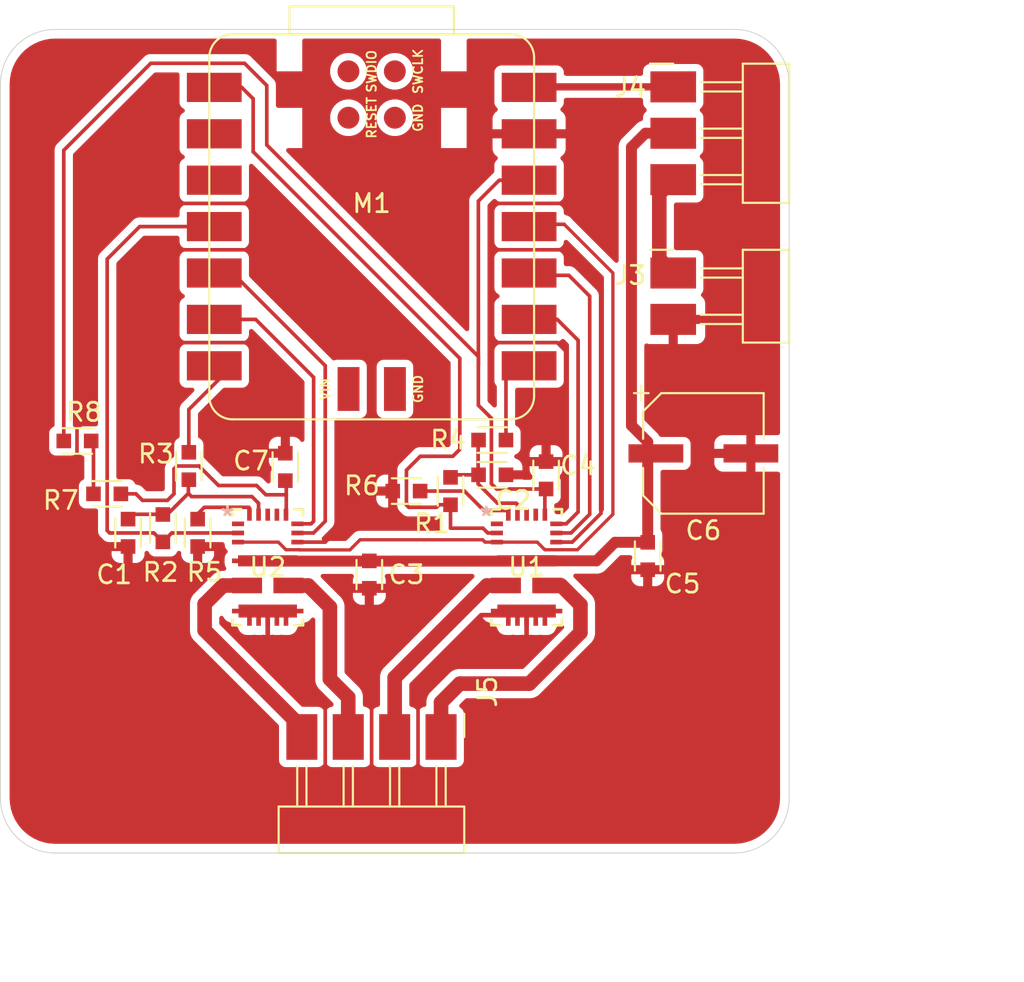
<source format=kicad_pcb>
(kicad_pcb
	(version 20241229)
	(generator "pcbnew")
	(generator_version "9.0")
	(general
		(thickness 1.6)
		(legacy_teardrops no)
	)
	(paper "A4")
	(layers
		(0 "F.Cu" signal)
		(2 "B.Cu" signal)
		(9 "F.Adhes" user "F.Adhesive")
		(11 "B.Adhes" user "B.Adhesive")
		(13 "F.Paste" user)
		(15 "B.Paste" user)
		(5 "F.SilkS" user "F.Silkscreen")
		(7 "B.SilkS" user "B.Silkscreen")
		(1 "F.Mask" user)
		(3 "B.Mask" user)
		(17 "Dwgs.User" user "User.Drawings")
		(19 "Cmts.User" user "User.Comments")
		(21 "Eco1.User" user "User.Eco1")
		(23 "Eco2.User" user "User.Eco2")
		(25 "Edge.Cuts" user)
		(27 "Margin" user)
		(31 "F.CrtYd" user "F.Courtyard")
		(29 "B.CrtYd" user "B.Courtyard")
		(35 "F.Fab" user)
		(33 "B.Fab" user)
		(39 "User.1" user)
		(41 "User.2" user)
		(43 "User.3" user)
		(45 "User.4" user)
	)
	(setup
		(pad_to_mask_clearance 0)
		(allow_soldermask_bridges_in_footprints no)
		(tenting front back)
		(pcbplotparams
			(layerselection 0x00000000_00000000_55555555_5755f5ff)
			(plot_on_all_layers_selection 0x00000000_00000000_00000000_00000000)
			(disableapertmacros no)
			(usegerberextensions no)
			(usegerberattributes yes)
			(usegerberadvancedattributes yes)
			(creategerberjobfile yes)
			(dashed_line_dash_ratio 12.000000)
			(dashed_line_gap_ratio 3.000000)
			(svgprecision 4)
			(plotframeref no)
			(mode 1)
			(useauxorigin no)
			(hpglpennumber 1)
			(hpglpenspeed 20)
			(hpglpendiameter 15.000000)
			(pdf_front_fp_property_popups yes)
			(pdf_back_fp_property_popups yes)
			(pdf_metadata yes)
			(pdf_single_document no)
			(dxfpolygonmode yes)
			(dxfimperialunits yes)
			(dxfusepcbnewfont yes)
			(psnegative no)
			(psa4output no)
			(plot_black_and_white yes)
			(plotinvisibletext no)
			(sketchpadsonfab no)
			(plotpadnumbers no)
			(hidednponfab no)
			(sketchdnponfab yes)
			(crossoutdnponfab yes)
			(subtractmaskfromsilk no)
			(outputformat 1)
			(mirror no)
			(drillshape 0)
			(scaleselection 1)
			(outputdirectory "gerber")
		)
	)
	(net 0 "")
	(net 1 "unconnected-(U1-SR-Pad13)")
	(net 2 "unconnected-(U1-DIAG-Pad12)")
	(net 3 "unconnected-(M1-GND-Pad15)")
	(net 4 "unconnected-(M1-SWCLK-Pad20)")
	(net 5 "unconnected-(M1-VIN-Pad16)")
	(net 6 "unconnected-(M1-SWDIO-Pad17)")
	(net 7 "unconnected-(M1-RESET-Pad18)")
	(net 8 "unconnected-(M1-GND-Pad19)")
	(net 9 "unconnected-(U2-SR-Pad13)")
	(net 10 "unconnected-(U2-DIAG-Pad12)")
	(net 11 "PWR_GND")
	(net 12 "/VM")
	(net 13 "+5V")
	(net 14 "/VEXT")
	(net 15 "+3.3V")
	(net 16 "/OUTA2")
	(net 17 "/OUTA1")
	(net 18 "/ITRIPB")
	(net 19 "/ITRIPA")
	(net 20 "/OUTB1")
	(net 21 "/OUTB2")
	(net 22 "/IPROPA")
	(net 23 "/IPROPB")
	(net 24 "/PWMB")
	(net 25 "/PWMA")
	(net 26 "/nSLEEP")
	(net 27 "/INA2")
	(net 28 "/INA1")
	(net 29 "/INB2")
	(net 30 "/INB1")
	(net 31 "/FAULTA")
	(net 32 "/FAULTB")
	(net 33 "/MODEB")
	(net 34 "/MODEA")
	(net 35 "unconnected-(M1-D2-Pad3)")
	(net 36 "unconnected-(M1-D1-Pad2)")
	(net 37 "Net-(U2-VDD)")
	(net 38 "Net-(R7-Pad2)")
	(footprint "fab:C_0603" (layer "F.Cu") (at 142.113 68.834 90))
	(footprint "fab:PinHeader_01x02_P2.54mm_Horizontal_SMD" (layer "F.Cu") (at 143.51 53.34))
	(footprint "fab:C_0603" (layer "F.Cu") (at 136.5504 64.4144 -90))
	(footprint "fab:R_0603" (layer "F.Cu") (at 117.475 67.564 90))
	(footprint "fab:PinHeader_01x03_P2.54mm_Horizontal_SMD" (layer "F.Cu") (at 143.51 43.15))
	(footprint "fab:R_0603" (layer "F.Cu") (at 128.905 65.278))
	(footprint "fab:R_0603" (layer "F.Cu") (at 110.8964 62.5348 180))
	(footprint "fab:CP_Elec_100uF_Panasonic_EEE-FN1E101UL" (layer "F.Cu") (at 145.161 63.216))
	(footprint "fab:C_0603" (layer "F.Cu") (at 113.665 67.564 90))
	(footprint "fab:C_0603" (layer "F.Cu") (at 126.873 69.85 90))
	(footprint "fab:R_0603" (layer "F.Cu") (at 112.522 65.4304 180))
	(footprint "footprints:U_VQFN-HR_VAK0015A_TEX" (layer "F.Cu") (at 121.310999 69.447))
	(footprint "fab:C_0603" (layer "F.Cu") (at 133.604 64.389 180))
	(footprint "footprints:U_VQFN-HR_VAK0015A_TEX" (layer "F.Cu") (at 135.483001 69.447))
	(footprint "fab:PinHeader_01x04_P2.54mm_Horizontal_SMD" (layer "F.Cu") (at 130.8 78.74 -90))
	(footprint "fab:R_0603" (layer "F.Cu") (at 115.57 67.31 -90))
	(footprint "fab:R_0603" (layer "F.Cu") (at 131.318 65.278 -90))
	(footprint "fab:C_0603" (layer "F.Cu") (at 122.2756 63.9572 -90))
	(footprint "fab:R_0603" (layer "F.Cu") (at 116.9924 63.9064 90))
	(footprint "fab:SeeedStudio_XIAO_RP2040_smd" (layer "F.Cu") (at 127 50.8))
	(footprint "fab:R_0603" (layer "F.Cu") (at 133.604 62.484))
	(gr_arc
		(start 109.68 85.09)
		(mid 107.55868 84.21132)
		(end 106.68 82.09)
		(stroke
			(width 0.05)
			(type default)
		)
		(layer "Edge.Cuts")
		(uuid "1917489e-b3fa-4129-9d78-317eed22774c")
	)
	(gr_line
		(start 106.68 82.09)
		(end 106.68 43.005)
		(stroke
			(width 0.05)
			(type default)
		)
		(layer "Edge.Cuts")
		(uuid "2b0ba611-e52c-4537-bc04-9e8879758940")
	)
	(gr_arc
		(start 149.86 82.09)
		(mid 148.98132 84.21132)
		(end 146.86 85.09)
		(stroke
			(width 0.05)
			(type default)
		)
		(layer "Edge.Cuts")
		(uuid "3f736cf6-0ee0-4c5c-959c-30159de01f76")
	)
	(gr_line
		(start 109.68 40.005)
		(end 146.86 40.005)
		(stroke
			(width 0.05)
			(type default)
		)
		(layer "Edge.Cuts")
		(uuid "6a281f4c-2aa6-4bd8-ad37-b7db1fdf3622")
	)
	(gr_line
		(start 149.86 43.005)
		(end 149.86 82.09)
		(stroke
			(width 0.05)
			(type default)
		)
		(layer "Edge.Cuts")
		(uuid "7427cd6e-3383-43f3-8145-44312fb667d6")
	)
	(gr_arc
		(start 106.68 43.005)
		(mid 107.55868 40.88368)
		(end 109.68 40.005)
		(stroke
			(width 0.05)
			(type default)
		)
		(layer "Edge.Cuts")
		(uuid "be120145-6cab-43b1-ad30-2bcfc0040009")
	)
	(gr_line
		(start 146.86 85.09)
		(end 109.68 85.09)
		(stroke
			(width 0.05)
			(type default)
		)
		(layer "Edge.Cuts")
		(uuid "d7889545-9730-4143-b732-b965ad2b0171")
	)
	(gr_arc
		(start 146.86 40.005)
		(mid 148.98132 40.88368)
		(end 149.86 43.005)
		(stroke
			(width 0.05)
			(type default)
		)
		(layer "Edge.Cuts")
		(uuid "dc790885-733d-437f-86f6-37ce037abed1")
	)
	(segment
		(start 137.668 52.07)
		(end 133.604 52.07)
		(width 0.2)
		(layer "F.Cu")
		(net 11)
		(uuid "05258a9d-4bbd-4bac-b577-3923cd67a799")
	)
	(segment
		(start 120.523 52.07)
		(end 116.332 52.07)
		(width 0.2)
		(layer "F.Cu")
		(net 11)
		(uuid "05e5cc18-4669-4e44-8ae0-44708807a641")
	)
	(segment
		(start 110.871 61.341)
		(end 110.871 63.881)
		(width 0.2)
		(layer "F.Cu")
		(net 11)
		(uuid "1f1f3905-e8ec-4eb7-8670-0e482d93958c")
	)
	(segment
		(start 137.668 57.658)
		(end 137.668 59.69)
		(width 0.2)
		(layer "F.Cu")
		(net 11)
		(uuid "21dd67d8-370b-4b9c-98b7-5675a2724d0e")
	)
	(segment
		(start 111.125 61.214)
		(end 110.998 61.214)
		(width 0.2)
		(layer "F.Cu")
		(net 11)
		(uuid "25f1c7ca-7346-4779-ba8b-4429ea9f6a84")
	)
	(segment
		(start 133.477 51.943)
		(end 133.477 49.911)
		(width 0.2)
		(layer "F.Cu")
		(net 11)
		(uuid "3ef8b61a-9009-42da-a1ba-0ad07fec61fc")
	)
	(segment
		(start 129.54 76.708)
		(end 129.54 80.772)
		(width 0.2)
		(layer "F.Cu")
		(net 11)
		(uuid "4bac1f91-7b7c-424a-9e76-a9aa2e11d8bb")
	)
	(segment
		(start 137.16 57.15)
		(end 137.668 57.658)
		(width 0.2)
		(layer "F.Cu")
		(net 11)
		(uuid "50071d2a-8007-4269-af99-65da974d52cf")
	)
	(segment
		(start 116.459 57.15)
		(end 116.205 57.404)
		(width 0.2)
		(layer "F.Cu")
		(net 11)
		(uuid "5debd1d8-79ec-40f3-9e57-eae274c3499c")
	)
	(segment
		(start 116.586 49.53)
		(end 120.396 49.53)
		(width 0.2)
		(layer "F.Cu")
		(net 11)
		(uuid "66c42c51-71cd-4540-bb49-524883a696b5")
	)
	(segment
		(start 137.108002 68.072)
		(end 137.9811 68.072)
		(width 0.2)
		(layer "F.Cu")
		(net 11)
		(uuid "69828b59-58cd-4404-bab0-b11af4777775")
	)
	(segment
		(start 122.936 68.072)
		(end 124.46 68.072)
		(width 0.2)
		(layer "F.Cu")
		(net 11)
		(uuid "6ca80332-49e4-448d-800c-40ad526f0ada")
	)
	(segment
		(start 133.477 49.911)
		(end 133.858 49.53)
		(width 0.2)
		(layer "F.Cu")
		(net 11)
		(uuid "72ef53eb-08d6-4bd6-8048-a05398b4a63d")
	)
	(segment
		(start 147.761 63.2114)
		(end 147.7772 63.1952)
		(width 0.2)
		(layer "F.Cu")
		(net 11)
		(uuid "7b897eaa-7ae0-42ce-8153-b3b42facf981")
	)
	(segment
		(start 139.553 66.5001)
		(end 139.553 53.955)
		(width 0.2)
		(layer "F.Cu")
		(net 11)
		(uuid "897f9dc6-f9c1-4938-bc48-aaa1fa0be703")
	)
	(segment
		(start 120.523 57.15)
		(end 116.459 57.15)
		(width 0.2)
		(layer "F.Cu")
		(net 11)
		(uuid "90052d1d-8f2e-4fb8-ba66-9e27717d79be")
	)
	(segment
		(start 133.604 57.15)
		(end 137.16 57.15)
		(width 0.2)
		(layer "F.Cu")
		(net 11)
		(uuid "93ccc296-6960-4757-8787-36c830e267e5")
	)
	(segment
		(start 133.604 52.07)
		(end 133.477 51.943)
		(width 0.2)
		(layer "F.Cu")
		(net 11)
		(uuid "9447bc74-527a-4366-91e1-b6ef871ee099")
	)
	(segment
		(start 133.858 49.53)
		(end 137.922 49.53)
		(width 0.2)
		(layer "F.Cu")
		(net 11)
		(uuid "973504da-89af-4f83-922a-ae7b04a6881e")
	)
	(segment
		(start 111.252 61.087)
		(end 111.125 61.214)
		(width 0.2)
		(layer "F.Cu")
		(net 11)
		(uuid "9f05c740-6466-4cca-8516-e02aeb053ca9")
	)
	(segment
		(start 137.668 59.69)
		(end 136.652 60.706)
		(width 0.2)
		(layer "F.Cu")
		(net 11)
		(uuid "a5da741a-5a9b-4740-af2c-d151582ffd40")
	)
	(segment
		(start 110.998 61.214)
		(end 110.871 61.341)
		(width 0.2)
		(layer "F.Cu")
		(net 11)
		(uuid "b9e236ef-05f2-4bda-9829-7d5ab2f3b780")
	)
	(segment
		(start 139.553 53.955)
		(end 137.668 52.07)
		(width 0.2)
		(layer "F.Cu")
		(net 11)
		(uuid "b9e5cc92-e2af-4da3-8b97-cd652f28df3c")
	)
	(segment
		(start 137.922 49.53)
		(end 138.176 49.276)
		(width 0.2)
		(layer "F.Cu")
		(net 11)
		(uuid "bd3081bf-5e19-4b75-a4a2-7933993e0b98")
	)
	(segment
		(start 124.46 68.072)
		(end 124.968 67.564)
		(width 0.2)
		(layer "F.Cu")
		(net 11)
		(uuid "c8b41124-a580-4f39-893e-94a528f5040f")
	)
	(segment
		(start 137.9811 68.072)
		(end 139.553 66.5001)
		(width 0.2)
		(layer "F.Cu")
		(net 11)
		(uuid "d3f53012-d392-422a-93b4-b0b34fd6e204")
	)
	(segment
		(start 147.761 63.216)
		(end 147.761 63.2114)
		(width 0.2)
		(layer "F.Cu")
		(net 11)
		(uuid "da6c82e0-abcd-4347-a04e-55f921fa87c9")
	)
	(segment
		(start 124.46 80.518)
		(end 124.46 76.962)
		(width 0.2)
		(layer "F.Cu")
		(net 11)
		(uuid "fdc660e9-6350-4812-a158-5a90d10759ba")
	)
	(segment
		(start 127 76.708)
		(end 127 80.518)
		(width 0.2)
		(layer "F.Cu")
		(net 11)
		(uuid "fec92c2c-32a4-49be-b306-c58626d0e49e")
	)
	(segment
		(start 142.113 68.084)
		(end 142.113 62.581)
		(width 0.6)
		(layer "F.Cu")
		(net 12)
		(uuid "029edfed-2ed8-4205-a6e5-22496af6efef")
	)
	(segment
		(start 121.326011 69.112)
		(end 121.310999 69.096988)
		(width 0.6)
		(layer "F.Cu")
		(net 12)
		(uuid "08b759aa-ec1f-4110-87e5-1552bb6f299b")
	)
	(segment
		(start 142.113 62.581)
		(end 141.224 61.692)
		(width 0.6)
		(layer "F.Cu")
		(net 12)
		(uuid "0931bab9-2321-414c-8f66-123af87c490c")
	)
	(segment
		(start 128.397 69.112)
		(end 121.326011 69.112)
		(width 0.6)
		(layer "F.Cu")
		(net 12)
		(uuid "22ca1c28-5834-4926-bbe7-bf278de320af")
	)
	(segment
		(start 140.323 68.084)
		(end 139.310012 69.096988)
		(width 0.6)
		(layer "F.Cu")
		(net 12)
		(uuid "3c342cc7-ae0a-4e2f-92d4-d1bad1f37b95")
	)
	(segment
		(start 142.113 68.084)
		(end 140.323 68.084)
		(width 0.6)
		(layer "F.Cu")
		(net 12)
		(uuid "53b4090d-12f8-4e34-abe6-ff409f43bbe1")
	)
	(segment
		(start 128.397 69.112)
		(end 135.467989 69.112)
		(width 0.6)
		(layer "F.Cu")
		(net 12)
		(uuid "59aadbe0-82e1-47d3-b3d0-f8da5a8e44a9")
	)
	(segment
		(start 135.467989 69.112)
		(end 135.483001 69.096988)
		(width 0.6)
		(layer "F.Cu")
		(net 12)
		(uuid "b470cc48-46a6-4259-8436-f38e26d4d40e")
	)
	(segment
		(start 141.986 45.69)
		(end 143.51 45.69)
		(width 0.6)
		(layer "F.Cu")
		(net 12)
		(uuid "b98c9961-f49c-4b4e-907f-c3440ba404dd")
	)
	(segment
		(start 141.224 46.452)
		(end 141.986 45.69)
		(width 0.6)
		(layer "F.Cu")
		(net 12)
		(uuid "c571413f-0910-4d8c-9d67-d7ef2bd84e06")
	)
	(segment
		(start 141.224 61.692)
		(end 141.224 46.452)
		(width 0.6)
		(layer "F.Cu")
		(net 12)
		(uuid "ccc7b0f1-328d-46e7-a88f-7e1c02317f0d")
	)
	(segment
		(start 139.310012 69.096988)
		(end 135.483001 69.096988)
		(width 0.6)
		(layer "F.Cu")
		(net 12)
		(uuid "fcfe7a0d-3712-4d53-8541-125d5db86ba6")
	)
	(segment
		(start 134.62 43.18)
		(end 134.65 43.15)
		(width 0.4)
		(layer "F.Cu")
		(net 13)
		(uuid "1daab91a-d1d0-4220-913d-5d339bd5b943")
	)
	(segment
		(start 134.65 43.15)
		(end 143.51 43.15)
		(width 0.4)
		(layer "F.Cu")
		(net 13)
		(uuid "346e535c-3976-4f9a-819c-6b395116aedf")
	)
	(segment
		(start 134.63 43.17)
		(end 134.62 43.18)
		(width 0.4)
		(layer "F.Cu")
		(net 13)
		(uuid "9b8c9834-800a-4c29-9a96-debec7716fbf")
	)
	(segment
		(start 142.748 48.992)
		(end 142.748 52.578)
		(width 0.8)
		(layer "F.Cu")
		(net 14)
		(uuid "4fafa6c7-8941-4fc9-8b80-5741164da1cb")
	)
	(segment
		(start 142.748 52.578)
		(end 143.51 53.34)
		(width 0.8)
		(layer "F.Cu")
		(net 14)
		(uuid "8655016b-2b81-4a21-b66c-a53c0a5bba93")
	)
	(segment
		(start 143.51 48.23)
		(end 142.748 48.992)
		(width 0.8)
		(layer "F.Cu")
		(net 14)
		(uuid "dbe0ac2e-389c-473f-83b3-37db914faa4d")
	)
	(segment
		(start 136.483253 65.231547)
		(end 136.5504 65.1644)
		(width 0.2)
		(layer "F.Cu")
		(net 15)
		(uuid "198d8a2a-c64a-4bea-ae8e-b9e3d3964542")
	)
	(segment
		(start 121.2596 43.0784)
		(end 121.2596 46.3296)
		(width 0.2)
		(layer "F.Cu")
		(net 15)
		(uuid "211c8ac5-3f55-4b29-a71a-20f5c1c5587a")
	)
	(segment
		(start 120.0404 41.8592)
		(end 121.2596 43.0784)
		(width 0.2)
		(layer "F.Cu")
		(net 15)
		(uuid "28324dae-d944-4727-a1b6-e99e4e72e3fe")
	)
	(segment
		(start 132.842 60.579)
		(end 133.555 61.292)
		(width 0.2)
		(layer "F.Cu")
		(net 15)
		(uuid "28a91e35-adee-45c7-8aba-7ba649a4c4fa")
	)
	(segment
		(start 136.483253 66.571999)
		(end 136.483253 65.231547)
		(width 0.2)
		(layer "F.Cu")
		(net 15)
		(uuid "4966706b-c1c7-42c6-8377-3304ddb979ed")
	)
	(segment
		(start 114.9096 41.8592)
		(end 120.0404 41.8592)
		(width 0.2)
		(layer "F.Cu")
		(net 15)
		(uuid "545e6d0c-f689-4052-a79e-56fb65ec5f06")
	)
	(segment
		(start 133.985 48.26)
		(end 134.62 48.26)
		(width 0.2)
		(layer "F.Cu")
		(net 15)
		(uuid "661dd88d-0327-42ab-a7d5-e39f4f723716")
	)
	(segment
		(start 132.842 58.3692)
		(end 132.842 60.579)
		(width 0.2)
		(layer "F.Cu")
		(net 15)
		(uuid "7415f480-84c3-4924-bdfa-34ff9915e1f3")
	)
	(segment
		(start 121.2596 46.3296)
		(end 132.842 57.912)
		(width 0.2)
		(layer "F.Cu")
		(net 15)
		(uuid "8d73498f-01a1-46df-a6a5-92231431fccd")
	)
	(segment
		(start 132.842 49.403)
		(end 132.842 58.3692)
		(width 0.2)
		(layer "F.Cu")
		(net 15)
		(uuid "a7b6f334-e58e-497c-be81-6e5c46a8c3f8")
	)
	(segment
		(start 132.842 57.912)
		(end 132.842 58.3692)
		(width 0.2)
		(layer "F.Cu")
		(net 15)
		(uuid "ac024764-176b-47ed-ae6a-cbd7a5ae536a")
	)
	(segment
		(start 133.846 65.1644)
		(end 136.5504 65.1644)
		(width 0.2)
		(layer "F.Cu")
		(net 15)
		(uuid "c2b0cbd1-b108-455d-84f8-6b12c62c6304")
	)
	(segment
		(start 110.1464 62.5348)
		(end 110.1464 46.6224)
		(width 0.2)
		(layer "F.Cu")
		(net 15)
		(uuid "dee8e630-42e9-490a-b3b2-8e98057edfd8")
	)
	(segment
		(start 132.842 49.403)
		(end 133.985 48.26)
		(width 0.2)
		(layer "F.Cu")
		(net 15)
		(uuid "e1448d93-a447-4356-8ffe-5363dc3caf87")
	)
	(segment
		(start 136.483253 65.312453)
		(end 136.398 65.2272)
		(width 0.2)
		(layer "F.Cu")
		(net 15)
		(uuid "eba35abe-6154-4628-8c1a-c3d207b0793e")
	)
	(segment
		(start 133.555 61.292)
		(end 133.555 64.8734)
		(width 0.2)
		(layer "F.Cu")
		(net 15)
		(uuid "ec37e9d5-2961-4d90-b553-abde759b0b65")
	)
	(segment
		(start 133.555 64.8734)
		(end 133.846 65.1644)
		(width 0.2)
		(layer "F.Cu")
		(net 15)
		(uuid "ef0d00c5-501f-4db8-b89d-2e487cf5418b")
	)
	(segment
		(start 110.1464 46.6224)
		(end 114.9096 41.8592)
		(width 0.2)
		(layer "F.Cu")
		(net 15)
		(uuid "f64dcfb4-4d2d-4b0c-9110-97e3b6fbf4f2")
	)
	(segment
		(start 134.525511 70.446998)
		(end 133.305501 70.446998)
		(width 0.8)
		(layer "F.Cu")
		(net 16)
		(uuid "646614c8-6b40-4064-9c2d-d71b71a9232e")
	)
	(segment
		(start 128.26 75.492499)
		(end 128.26 78.74)
		(width 0.8)
		(layer "F.Cu")
		(net 16)
		(uuid "75f07e42-10df-4a65-971f-2d6502c3c8c6")
	)
	(segment
		(start 133.305501 70.446998)
		(end 128.26 75.492499)
		(width 0.8)
		(layer "F.Cu")
		(net 16)
		(uuid "e4c8e58d-0945-4f44-8a69-048ca37f1130")
	)
	(segment
		(start 136.440491 70.446998)
		(end 137.375998 70.446998)
		(width 0.8)
		(layer "F.Cu")
		(net 17)
		(uuid "401aca7f-cfa4-41ac-aa4b-0c4b43dcef62")
	)
	(segment
		(start 130.8 76.845)
		(end 130.8 78.74)
		(width 0.8)
		(layer "F.Cu")
		(net 17)
		(uuid "a4e5264d-fdeb-4b21-85ab-a5d17f6cfa41")
	)
	(segment
		(start 138.43 73.025)
		(end 135.636 75.819)
		(width 0.8)
		(layer "F.Cu")
		(net 17)
		(uuid "a6f34342-d50d-4683-bb60-99d4bd799601")
	)
	(segment
		(start 131.826 75.819)
		(end 130.8 76.845)
		(width 0.8)
		(layer "F.Cu")
		(net 17)
		(uuid "cf16b231-34ac-44a5-9384-1ced40cf20b6")
	)
	(segment
		(start 137.375998 70.446998)
		(end 138.43 71.501)
		(width 0.8)
		(layer "F.Cu")
		(net 17)
		(uuid "cfdd3946-71e2-4d08-9963-a6ce3ec08bd4")
	)
	(segment
		(start 138.43 71.501)
		(end 138.43 73.025)
		(width 0.8)
		(layer "F.Cu")
		(net 17)
		(uuid "ea5d1f3c-9138-4648-b1bc-1e73a125d530")
	)
	(segment
		(start 135.636 75.819)
		(end 131.826 75.819)
		(width 0.8)
		(layer "F.Cu")
		(net 17)
		(uuid "f2fca7fb-9304-449d-8da3-e1562bf3ea63")
	)
	(segment
		(start 113.665 66.814)
		(end 113.931 66.548)
		(width 0.2)
		(layer "F.Cu")
		(net 18)
		(uuid "17f4e4ad-9b74-47e7-8416-16754ed46587")
	)
	(segment
		(start 116.967 65.405)
		(end 116.967 64.77)
		(width 0.2)
		(layer "F.Cu")
		(net 18)
		(uuid "3c49e782-2d28-4dce-92ac-80250366aa5e")
	)
	(segment
		(start 120.810873 65.946873)
		(end 120.4468 65.5828)
		(width 0.2)
		(layer "F.Cu")
		(net 18)
		(uuid "413ccac6-e11e-404d-9480-5138a2dba431")
	)
	(segment
		(start 115.824 66.548)
		(end 116.967 65.405)
		(width 0.2)
		(layer "F.Cu")
		(net 18)
		(uuid "45d128f9-5434-419d-bf70-04aa507993d4")
	)
	(segment
		(start 120.810873 66.571999)
		(end 120.810873 65.946873)
		(width 0.2)
		(layer "F.Cu")
		(net 18)
		(uuid "530cf910-de9e-4476-9720-e7bfda305587")
	)
	(segment
		(start 117.1448 65.5828)
		(end 116.967 65.405)
		(width 0.2)
		(layer "F.Cu")
		(net 18)
		(uuid "545f195d-beac-4d45-9f5d-1a017950a4c3")
	)
	(segment
		(start 116.955 64.758)
		(end 116.967 64.77)
		(width 0.4)
		(layer "F.Cu")
		(net 18)
		(uuid "619cfa90-6ece-4494-b402-afe3f68117d4")
	)
	(segment
		(start 113.931 66.548)
		(end 115.824 66.548)
		(width 0.2)
		(layer "F.Cu")
		(net 18)
		(uuid "8c2e3dc5-5fc5-4080-a6d8-624d9f70e17b")
	)
	(segment
		(start 120.4468 65.5828)
		(end 117.1448 65.5828)
		(width 0.2)
		(layer "F.Cu")
		(net 18)
		(uuid "978b2178-7345-4aeb-955c-21edfe79ebc7")
	)
	(segment
		(start 134.982875 66.012925)
		(end 134.910749 65.940799)
		(width 0.2)
		(layer "F.Cu")
		(net 19)
		(uuid "0037c38c-9d9a-47ed-a9cc-8a9e08ca1d59")
	)
	(segment
		(start 131.457 64.389)
		(end 131.318 64.528)
		(width 0.2)
		(layer "F.Cu")
		(net 19)
		(uuid "0743ba9c-def4-4ae4-a447-4531921ffde5")
	)
	(segment
		(start 132.83 64.885)
		(end 132.83 62.508)
		(width 0.2)
		(layer "F.Cu")
		(net 19)
		(uuid "211ab2b1-eb71-40b1-8c80-c2f021676a26")
	)
	(segment
		(start 132.83 62.508)
		(end 132.854 62.484)
		(width 0.2)
		(layer "F.Cu")
		(net 19)
		(uuid "7ab12232-5f54-4b5f-881d-084bae61d0e7")
	)
	(segment
		(start 134.982875 66.571999)
		(end 134.982875 66.012925)
		(width 0.2)
		(layer "F.Cu")
		(net 19)
		(uuid "9f33dad7-7959-4e6f-9556-c6ab93904191")
	)
	(segment
		(start 133.885799 65.940799)
		(end 132.83 64.885)
		(width 0.2)
		(layer "F.Cu")
		(net 19)
		(uuid "a957d44e-894f-4e22-9f52-44a1fdbbc24c")
	)
	(segment
		(start 132.854 64.389)
		(end 131.457 64.389)
		(width 0.2)
		(layer "F.Cu")
		(net 19)
		(uuid "bbca612e-2405-4741-8b82-67e435768d6f")
	)
	(segment
		(start 134.910749 65.940799)
		(end 133.885799 65.940799)
		(width 0.2)
		(layer "F.Cu")
		(net 19)
		(uuid "be15443b-15e4-49aa-ae43-ced3f979c226")
	)
	(segment
		(start 123.532998 70.446998)
		(end 124.714 71.628)
		(width 0.8)
		(layer "F.Cu")
		(net 20)
		(uuid "0ae1f609-8f31-479d-9053-d49764515bf9")
	)
	(segment
		(start 124.714 71.628)
		(end 124.714 75.565)
		(width 0.8)
		(layer "F.Cu")
		(net 20)
		(uuid "289a36d0-2e7f-42e6-9c0b-3442579b6ddb")
	)
	(segment
		(start 125.72 76.571)
		(end 125.72 78.74)
		(width 0.8)
		(layer "F.Cu")
		(net 20)
		(uuid "2c03921c-bb7a-4e8b-bf83-7bd345573e52")
	)
	(segment
		(start 124.714 75.565)
		(end 125.72 76.571)
		(width 0.8)
		(layer "F.Cu")
		(net 20)
		(uuid "75284a2b-b11b-4fd5-904e-716833e51d32")
	)
	(segment
		(start 122.268489 70.446998)
		(end 123.532998 70.446998)
		(width 0.8)
		(layer "F.Cu")
		(net 20)
		(uuid "95adc525-65a1-4d73-83be-a4349c0cbf65")
	)
	(segment
		(start 120.353509 70.446998)
		(end 118.872 70.446998)
		(width 0.8)
		(layer "F.Cu")
		(net 21)
		(uuid "065a4929-bac4-46f1-b4ab-7a2c700d741f")
	)
	(segment
		(start 117.856 71.462998)
		(end 117.856 72.898)
		(width 0.8)
		(layer "F.Cu")
		(net 21)
		(uuid "6aba4558-45f1-47f2-830e-cf41ad64d3e6")
	)
	(segment
		(start 117.856 72.898)
		(end 123.18 78.222)
		(width 0.8)
		(layer "F.Cu")
		(net 21)
		(uuid "90a5d0df-7b0c-4ce1-8886-152f4bde3330")
	)
	(segment
		(start 118.872 70.446998)
		(end 117.856 71.462998)
		(width 0.8)
		(layer "F.Cu")
		(net 21)
		(uuid "a5871fa0-899f-48e2-b27b-118c466db499")
	)
	(segment
		(start 123.18 78.222)
		(end 123.18 78.74)
		(width 0.8)
		(layer "F.Cu")
		(net 21)
		(uuid "e5b2b314-0783-4725-bc89-5b10599b6d64")
	)
	(segment
		(start 119.888 43.18)
		(end 120.5142 43.8062)
		(width 0.2)
		(layer "F.Cu")
		(net 22)
		(uuid "029906a2-e66e-4ee0-99d0-6f7c5b48f004")
	)
	(segment
		(start 130.695 66.028)
		(end 131.318 66.028)
		(width 0.2)
		(layer "F.Cu")
		(net 22)
		(uuid "0e64c432-9830-4950-8587-e5b3f6c02ac2")
	)
	(segment
		(start 130.556 66.167)
		(end 130.695 66.028)
		(width 0.2)
		(layer "F.Cu")
		(net 22)
		(uuid "293ceea4-39b6-4057-836a-dc98809d0dc9")
	)
	(segment
		(start 133.358 67.572)
		(end 133.096 67.31)
		(width 0.2)
		(layer "F.Cu")
		(net 22)
		(uuid "3b359c30-b491-4e84-8173-5ee81806abce")
	)
	(segment
		(start 119.385 43.18)
		(end 119.888 43.18)
		(width 0.2)
		(layer "F.Cu")
		(net 22)
		(uuid "4f77c7a9-6b24-4b9b-b1aa-0f75a13da0c6")
	)
	(segment
		(start 128.905 64.135)
		(end 128.905 66.04)
		(width 0.2)
		(layer "F.Cu")
		(net 22)
		(uuid "62e60463-31a6-4a6d-bdf0-313bed7843e4")
	)
	(segment
		(start 120.5142 46.7018)
		(end 131.826 58.0136)
		(width 0.2)
		(layer "F.Cu")
		(net 22)
		(uuid "7acf45ff-420f-470b-b9fe-48d94031fd7b")
	)
	(segment
		(start 129.032 66.167)
		(end 130.556 66.167)
		(width 0.2)
		(layer "F.Cu")
		(net 22)
		(uuid "8db43c00-f22c-4ca0-983f-9a874b6195df")
	)
	(segment
		(start 131.318 67.31)
		(end 131.318 66.028)
		(width 0.2)
		(layer "F.Cu")
		(net 22)
		(uuid "905b6bad-82d9-4a70-817f-02f3fd16749d")
	)
	(segment
		(start 128.905 66.04)
		(end 129.032 66.167)
		(width 0.2)
		(layer "F.Cu")
		(net 22)
		(uuid "a0137d80-98b7-48b6-ad7d-e672b2e8185e")
	)
	(segment
		(start 131.445 63.373)
		(end 129.667 63.373)
		(width 0.2)
		(layer "F.Cu")
		(net 22)
		(uuid "a2795472-5b12-49d0-9c78-923bf8f1c5ff")
	)
	(segment
		(start 131.826 62.992)
		(end 131.445 63.373)
		(width 0.2)
		(layer "F.Cu")
		(net 22)
		(uuid "a55f7906-53d4-480a-b381-9b8eaacf85b8")
	)
	(segment
		(start 129.667 63.373)
		(end 128.905 64.135)
		(width 0.2)
		(layer "F.Cu")
		(net 22)
		(uuid "b9f499b5-711f-4637-8b38-f63e85eba721")
	)
	(segment
		(start 120.5142 43.8062)
		(end 120.5142 46.7018)
		(width 0.2)
		(layer "F.Cu")
		(net 22)
		(uuid "cbbff462-c819-4a1f-9143-f76f3a450a14")
	)
	(segment
		(start 131.826 58.0136)
		(end 131.826 62.992)
		(width 0.2)
		(layer "F.Cu")
		(net 22)
		(uuid "d01d3419-9573-469b-b0b8-2275161ea068")
	)
	(segment
		(start 133.096 67.31)
		(end 131.318 67.31)
		(width 0.2)
		(layer "F.Cu")
		(net 22)
		(uuid "dd8e76e1-d0ed-4484-8e4c-d6c02fbea823")
	)
	(segment
		(start 133.858 67.572)
		(end 133.358 67.572)
		(width 0.2)
		(layer "F.Cu")
		(net 22)
		(uuid "e83a3dbd-fae7-4ba3-840c-2be643d96811")
	)
	(segment
		(start 114.3 50.8)
		(end 119.385 50.8)
		(width 0.2)
		(layer "F.Cu")
		(net 23)
		(uuid "185c11d3-b50c-4e73-b8ec-8f77a913b30a")
	)
	(segment
		(start 112.522 52.578)
		(end 114.3 50.8)
		(width 0.2)
		(layer "F.Cu")
		(net 23)
		(uuid "2ddd7278-8f8b-4252-a487-51b163837663")
	)
	(segment
		(start 112.657 67.572)
		(end 112.522 67.437)
		(width 0.2)
		(layer "F.Cu")
		(net 23)
		(uuid "5238a121-5211-4edc-adf1-abb0dbe2b815")
	)
	(segment
		(start 116.058 67.572)
		(end 115.57 68.06)
		(width 0.2)
		(layer "F.Cu")
		(net 23)
		(uuid "755718ac-1025-4d12-b705-ff82533a2729")
	)
	(segment
		(start 115.082 67.572)
		(end 115.57 68.06)
		(width 0.2)
		(layer "F.Cu")
		(net 23)
		(uuid "9e827c96-fbe3-4620-acd1-513632ad4799")
	)
	(segment
		(start 112.657 67.572)
		(end 115.082 67.572)
		(width 0.2)
		(layer "F.Cu")
		(net 23)
		(uuid "aad1a3c9-d6de-4456-803f-5c40707ad8fa")
	)
	(segment
		(start 119.685998 67.572)
		(end 116.058 67.572)
		(width 0.2)
		(layer "F.Cu")
		(net 23)
		(uuid "bfe47bd0-a1f5-4698-a61c-a569b7094d0a")
	)
	(segment
		(start 112.522 67.437)
		(end 112.522 52.578)
		(width 0.2)
		(layer "F.Cu")
		(net 23)
		(uuid "c5f3aa63-e9f5-4920-a85d-aa7d62354db0")
	)
	(segment
		(start 119.385 58.42)
		(end 116.9924 60.8126)
		(width 0.2)
		(layer "F.Cu")
		(net 24)
		(uuid "13a37ad8-02dd-4333-adb6-865411e85f16")
	)
	(segment
		(start 116.9924 60.8126)
		(end 116.9924 63.1564)
		(width 0.2)
		(layer "F.Cu")
		(net 24)
		(uuid "796f7279-102d-46f7-b4e6-8cde12a28b00")
	)
	(segment
		(start 134.354 58.686)
		(end 134.354 62.484)
		(width 0.2)
		(layer "F.Cu")
		(net 25)
		(uuid "1958cf6f-6673-4a94-aa5b-85ad2a2938f9")
	)
	(segment
		(start 134.62 58.42)
		(end 134.354 58.686)
		(width 0.2)
		(layer "F.Cu")
		(net 25)
		(uuid "594e3e41-72bd-437e-873c-24ff74346c0c")
	)
	(segment
		(start 138.266 68.49)
		(end 140.208 66.548)
		(width 0.18)
		(layer "F.Cu")
		(net 26)
		(uuid "0827ed5a-de67-424e-8064-c3f508ee6f8f")
	)
	(segment
		(start 123.063 68.5)
		(end 125.81 68.5)
		(width 0.18)
		(layer "F.Cu")
		(net 26)
		(uuid "11ec91a4-78e8-4a66-907a-2e4e23d66a16")
	)
	(segment
		(start 133.079332 67.945)
		(end 133.206332 68.072)
		(width 0.18)
		(layer "F.Cu")
		(net 26)
		(uuid "14f326e9-53c9-411e-82fe-44da4eae70fd")
	)
	(segment
		(start 136.480614 68.49)
		(end 138.266 68.49)
		(width 0.18)
		(layer "F.Cu")
		(net 26)
		(uuid "1c4521be-4f38-4dd7-9434-6b69e7898e90")
	)
	(segment
		(start 140.208 66.548)
		(end 140.208 53.34)
		(width 0.18)
		(layer "F.Cu")
		(net 26)
		(uuid "31a5921e-b0cb-4515-8ad8-41eb69459e61")
	)
	(segment
		(start 122.308612 68.49)
		(end 123.053 68.49)
		(width 0.18)
		(layer "F.Cu")
		(net 26)
		(uuid "3e11a81b-b372-44d9-8593-84805870f12f")
	)
	(segment
		(start 134.747 50.673)
		(end 137.541 50.673)
		(width 0.2)
		(layer "F.Cu")
		(net 26)
		(uuid "75427c38-3c1d-4f5d-bc1b-4e05f077049c")
	)
	(segment
		(start 125.81 68.5)
		(end 126.365 67.945)
		(width 0.18)
		(layer "F.Cu")
		(net 26)
		(uuid "75ca412a-ef2a-487c-a7f7-4371caeaf2f1")
	)
	(segment
		(start 140.208 53.34)
		(end 138.303 51.435)
		(width 0.18)
		(layer "F.Cu")
		(net 26)
		(uuid "7b1be6a8-d421-4875-bea5-947f7bd13c77")
	)
	(segment
		(start 134.62 50.8)
		(end 134.747 50.673)
		(width 0.2)
		(layer "F.Cu")
		(net 26)
		(uuid "867bea19-8aa6-4508-9dce-e315196aa761")
	)
	(segment
		(start 121.890612 68.072)
		(end 122.308612 68.49)
		(width 0.18)
		(layer "F.Cu")
		(net 26)
		(uuid "8f48c718-5006-46cf-a982-1f8493f34200")
	)
	(segment
		(start 133.206332 68.072)
		(end 133.858 68.072)
		(width 0.18)
		(layer "F.Cu")
		(net 26)
		(uuid "93021b34-6807-4d95-bd0e-25249e148d9f")
	)
	(segment
		(start 123.053 68.49)
		(end 123.063 68.5)
		(width 0.18)
		(layer "F.Cu")
		(net 26)
		(uuid "aa1fda1b-98d2-40c0-b6b0-a82e1459a955")
	)
	(segment
		(start 133.858 68.072)
		(end 136.062614 68.072)
		(width 0.18)
		(layer "F.Cu")
		(net 26)
		(uuid "b4ac3214-0dcd-4f5b-84a6-e1d711003e13")
	)
	(segment
		(start 138.303 51.435)
		(end 137.541 50.673)
		(width 0.18)
		(layer "F.Cu")
		(net 26)
		(uuid "c7d8e6ce-e042-49d2-b9e9-eef520da0440")
	)
	(segment
		(start 119.685998 68.072)
		(end 121.890612 68.072)
		(width 0.18)
		(layer "F.Cu")
		(net 26)
		(uuid "eaa3bc83-e94a-4f2e-af96-f98010770dc3")
	)
	(segment
		(start 136.062614 68.072)
		(end 136.480614 68.49)
		(width 0.18)
		(layer "F.Cu")
		(net 26)
		(uuid "ebc4bc15-a673-4baf-818a-09c5fefc066e")
	)
	(segment
		(start 126.365 67.945)
		(end 133.079332 67.945)
		(width 0.18)
		(layer "F.Cu")
		(net 26)
		(uuid "f25b087c-4180-4f41-b5c6-94ec36a4d095")
	)
	(segment
		(start 138.303 66.421)
		(end 137.652 67.072)
		(width 0.2)
		(layer "F.Cu")
		(net 27)
		(uuid "2cde617c-5482-4fe8-9f26-d6a12ff9246b")
	)
	(segment
		(start 137.16 55.88)
		(end 138.303 57.023)
		(width 0.2)
		(layer "F.Cu")
		(net 27)
		(uuid "593d6635-a614-4efe-a994-225e558744b3")
	)
	(segment
		(start 134.62 55.88)
		(end 137.16 55.88)
		(width 0.2)
		(layer "F.Cu")
		(net 27)
		(uuid "81890102-a0a8-4de3-90c2-fafc603186e4")
	)
	(segment
		(start 138.303 57.023)
		(end 138.303 66.421)
		(width 0.2)
		(layer "F.Cu")
		(net 27)
		(uuid "b476d03f-3643-469a-a2e9-3547ef878ce1")
	)
	(segment
		(start 137.652 67.072)
		(end 137.108002 67.072)
		(width 0.2)
		(layer "F.Cu")
		(net 27)
		(uuid "cb94cbab-9832-49bb-9de0-d1bb527d37d6")
	)
	(segment
		(start 137.914 67.572)
		(end 138.938 66.548)
		(width 0.2)
		(layer "F.Cu")
		(net 28)
		(uuid "004e6eb8-1486-4895-a01a-58e7ad54422a")
	)
	(segment
		(start 137.108002 67.572)
		(end 137.914 67.572)
		(width 0.2)
		(layer "F.Cu")
		(net 28)
		(uuid "1776c31d-4aff-47cb-b5dc-3f9f0804b0e3")
	)
	(segment
		(start 138.938 66.548)
		(end 138.938 54.61)
		(width 0.2)
		(layer "F.Cu")
		(net 28)
		(uuid "2bff66ee-cf53-4c76-aaa4-50ccea527a5d")
	)
	(segment
		(start 137.795 53.467)
		(end 134.747 53.467)
		(width 0.2)
		(layer "F.Cu")
		(net 28)
		(uuid "4cc2263c-57a3-4d85-b84f-deaa74b5546d")
	)
	(segment
		(start 138.938 54.61)
		(end 137.795 53.467)
		(width 0.2)
		(layer "F.Cu")
		(net 28)
		(uuid "c2f66630-8d88-4c5b-933e-82a27ab55d91")
	)
	(segment
		(start 134.747 53.467)
		(end 134.62 53.34)
		(width 0.2)
		(layer "F.Cu")
		(net 28)
		(uuid "d48bdae3-9ce4-4a2f-a498-75a87f34e7e1")
	)
	(segment
		(start 123.825 59.055)
		(end 123.825 66.929)
		(width 0.2)
		(layer "F.Cu")
		(net 29)
		(uuid "31959862-d03f-4b20-bed0-575fa58c78c0")
	)
	(segment
		(start 120.65 55.88)
		(end 123.825 59.055)
		(width 0.2)
		(layer "F.Cu")
		(net 29)
		(uuid "4634c12e-67ae-4e67-a3f1-eb031b5b1301")
	)
	(segment
		(start 119.385 55.88)
		(end 120.65 55.88)
		(width 0.2)
		(layer "F.Cu")
		(net 29)
		(uuid "4f7164e1-e8b7-488d-a19a-dc7be092a999")
	)
	(segment
		(start 123.825 66.929)
		(end 123.682 67.072)
		(width 0.2)
		(layer "F.Cu")
		(net 29)
		(uuid "9351fffa-43d9-42ab-bfe4-11912211d452")
	)
	(segment
		(start 123.682 67.072)
		(end 122.936 67.072)
		(width 0.2)
		(layer "F.Cu")
		(net 29)
		(uuid "dfdd1463-3c18-4d5c-b8d5-76f5d526ea12")
	)
	(segment
		(start 123.817 67.572)
		(end 124.46 66.929)
		(width 0.2)
		(layer "F.Cu")
		(net 30)
		(uuid "06e1538c-cdf2-4c59-bcd9-0dd1647e905f")
	)
	(segment
		(start 124.46 58.415)
		(end 119.385 53.34)
		(width 0.2)
		(layer "F.Cu")
		(net 30)
		(uuid "15ec7d44-b73a-41ab-a943-673b01381316")
	)
	(segment
		(start 122.936 67.572)
		(end 123.817 67.572)
		(width 0.2)
		(layer "F.Cu")
		(net 30)
		(uuid "2996b15e-1a5a-4613-a5d0-2fcad6e3c95a")
	)
	(segment
		(start 124.46 66.929)
		(end 124.46 58.415)
		(width 0.2)
		(layer "F.Cu")
		(net 30)
		(uuid "ea58bd1e-cd6a-4b21-8a70-53b3737d6939")
	)
	(segment
		(start 117.475 66.536)
		(end 117.844 66.167)
		(width 0.2)
		(layer "F.Cu")
		(net 33)
		(uuid "4fb31fe4-44de-420b-8df0-f1fd8db8ce8c")
	)
	(segment
		(start 120.269 66.167)
		(end 117.844 66.167)
		(width 0.2)
		(layer "F.Cu")
		(net 33)
		(uuid "6157fd0e-cc7d-4034-a566-b3ead1411be3")
	)
	(segment
		(start 117.475 66.814)
		(end 117.475 66.536)
		(width 0.2)
		(layer "F.Cu")
		(net 33)
		(uuid "b68e9e86-2ed3-4bbb-9179-7a722b29048a")
	)
	(segment
		(start 120.310747 66.571999)
		(end 120.310747 66.208747)
		(width 0.2)
		(layer "F.Cu")
		(net 33)
		(uuid "bf0d7e9c-11b5-44ca-9c4a-8990dd32a0d2")
	)
	(segment
		(start 120.310747 66.208747)
		(end 120.269 66.167)
		(width 0.2)
		(layer "F.Cu")
		(net 33)
		(uuid "c72c9bda-158e-4890-a50b-ed9bd3ab3071")
	)
	(segment
		(start 134.413799 66.341799)
		(end 133.143799 66.341799)
		(width 0.2)
		(layer "F.Cu")
		(net 34)
		(uuid "4f0bf86d-b211-4de6-b4b4-02739f55ec1c")
	)
	(segment
		(start 132.08 65.278)
		(end 129.655 65.278)
		(width 0.2)
		(layer "F.Cu")
		(net 34)
		(uuid "913e6eaa-3343-416d-a616-6cfd6e9b4ffc")
	)
	(segment
		(start 134.482749 66.410749)
		(end 134.413799 66.341799)
		(width 0.2)
		(layer "F.Cu")
		(net 34)
		(uuid "ce0bca5a-bb19-4055-b270-ae0eef82dbad")
	)
	(segment
		(start 134.482749 66.571999)
		(end 134.482749 66.410749)
		(width 0.2)
		(layer "F.Cu")
		(net 34)
		(uuid "dce88bec-b4c2-4ae7-ad06-2af7b2f10c5e")
	)
	(segment
		(start 133.143799 66.341799)
		(end 132.08 65.278)
		(width 0.2)
		(layer "F.Cu")
		(net 34)
		(uuid "f42eed54-268f-4922-84af-4434941e3f4b")
	)
	(segment
		(start 119.385 45.72)
		(end 119.507 45.72)
		(width 0.2)
		(layer "F.Cu")
		(net 36)
		(uuid "57ff74a6-a1d8-4168-8c8c-e134592608e6")
	)
	(segment
		(start 116.3404 63.9064)
		(end 116.1796 64.0672)
		(width 0.2)
		(layer "F.Cu")
		(net 37)
		(uuid "06cda011-f1d2-4362-9370-f48a220ac6c1")
	)
	(segment
		(start 121.2088 65.4812)
		(end 120.7008 64.9732)
		(width 0.2)
		(layer "F.Cu")
		(net 37)
		(uuid "0c44fc78-20a6-4661-a496-962dcfb5247f")
	)
	(segment
		(start 122.3264 66.55685)
		(end 122.311251 66.571999)
		(width 0.2)
		(layer "F.Cu")
		(net 37)
		(uuid "17a7ab31-73f3-4cd9-a3cf-3bd9d4a1d3c3")
	)
	(segment
		(start 117.5512 63.9064)
		(end 116.3404 63.9064)
		(width 0.2)
		(layer "F.Cu")
		(net 37)
		(uuid "1988fe51-4e4e-4df0-b7cc-e04f73ced819")
	)
	(segment
		(start 118.618 64.9732)
		(end 117.5512 63.9064)
		(width 0.2)
		(layer "F.Cu")
		(net 37)
		(uuid "294d4dcb-47fa-4d67-8d6e-40870d7aad45")
	)
	(segment
		(start 114.0968 65.4304)
		(end 113.272 65.4304)
		(width 0.2)
		(layer "F.Cu")
		(net 37)
		(uuid "362e6259-3558-4e7c-b0b4-fdfde9381ade")
	)
	(segment
		(start 115.824 65.786)
		(end 114.4524 65.786)
		(width 0.2)
		(layer "F.Cu")
		(net 37)
		(uuid "3da6b965-a73d-4e4a-9538-7bd71154fbc9")
	)
	(segment
		(start 116.1796 64.0672)
		(end 116.1796 65.4304)
		(width 0.2)
		(layer "F.Cu")
		(net 37)
		(uuid "46836696-886d-403f-a908-6907506ace05")
	)
	(segment
		(start 120.7008 64.9732)
		(end 118.618 64.9732)
		(width 0.2)
		(layer "F.Cu")
		(net 37)
		(uuid "5afbda0c-78c8-494c-8e55-7c7f53804aca")
	)
	(segment
		(start 122.3264 64.758)
		(end 122.3264 65.4812)
		(width 0.2)
		(layer "F.Cu")
		(net 37)
		(uuid "678bfe34-7ca0-4bc7-bed4-a07cca9d0e2d")
	)
	(segment
		(start 122.3264 65.4812)
		(end 121.2088 65.4812)
		(width 0.2)
		(layer "F.Cu")
		(net 37)
		(uuid "80450345-eb71-4170-b921-d6e299440650")
	)
	(segment
		(start 114.4524 65.786)
		(end 114.0968 65.4304)
		(width 0.2)
		(layer "F.Cu")
		(net 37)
		(uuid "a9c4fb4f-4c84-4d0c-90df-9b8f1d483882")
	)
	(segment
		(start 122.3264 65.4812)
		(end 122.3264 66.55685)
		(width 0.2)
		(layer "F.Cu")
		(net 37)
		(uuid "e063723b-14ff-465d-ba25-0f440ea5828b")
	)
	(segment
		(start 116.1796 65.4304)
		(end 115.824 65.786)
		(width 0.2)
		(layer "F.Cu")
		(net 37)
		(uuid "eb0a2572-bd47-40e4-9a2b-fdf6ee1116fa")
	)
	(segment
		(start 111.772 65.4304)
		(end 111.772 62.6604)
		(width 0.2)
		(layer "F.Cu")
		(net 38)
		(uuid "119f6e8e-4049-44c7-bc67-331bcb4ceadd")
	)
	(segment
		(start 111.772 62.6604)
		(end 111.6464 62.5348)
		(width 0.2)
		(layer "F.Cu")
		(net 38)
		(uuid "52dcbcae-b589-42c4-bce3-4064a138f4cc")
	)
	(zone
		(net 11)
		(net_name "PWR_GND")
		(layer "F.Cu")
		(uuid "d97de176-9215-4fcf-8fb8-7482e6e5322b")
		(hatch edge 0.5)
		(connect_pads
			(clearance 0.4)
		)
		(min_thickness 0.25)
		(filled_areas_thickness no)
		(fill yes
			(thermal_gap 0.5)
			(thermal_bridge_width 0.5)
			(island_removal_mode 2)
			(island_area_min 10)
		)
		(polygon
			(pts
				(xy 106.68 40.132) (xy 149.987 40.132) (xy 149.987 85.09) (xy 106.68 85.09)
			)
		)
		(filled_polygon
			(layer "F.Cu")
			(pts
				(xy 121.381038 72.091483) (xy 121.426793 72.144287) (xy 121.437999 72.195798) (xy 121.437999 73.1572)
				(xy 121.509863 73.152061) (xy 121.509866 73.152061) (xy 121.529513 73.146292) (xy 121.582096 73.142531)
				(xy 121.684126 73.1572) (xy 121.684126 73.157201) (xy 121.938125 73.157201) (xy 121.938127 73.1572)
				(xy 122.009989 73.152061) (xy 122.009992 73.152061) (xy 122.029639 73.146292) (xy 122.082222 73.142531)
				(xy 122.184252 73.1572) (xy 122.184252 73.157201) (xy 122.438251 73.157201) (xy 122.438253 73.1572)
				(xy 122.510121 73.15206) (xy 122.648032 73.111566) (xy 122.768954 73.033855) (xy 122.863083 72.925224)
				(xy 122.863084 72.925223) (xy 122.922795 72.794476) (xy 122.925293 72.785969) (xy 122.926868 72.786431)
				(xy 122.951632 72.732201) (xy 123.010409 72.694424) (xy 123.010419 72.694421) (xy 123.120964 72.661966)
				(xy 123.241886 72.584262) (xy 123.241887 72.584261) (xy 123.313542 72.501574) (xy 123.372318 72.463803)
				(xy 123.47598 72.433365) (xy 123.596903 72.355654) (xy 123.695787 72.241537) (xy 123.754565 72.203763)
				(xy 123.824435 72.203763) (xy 123.883213 72.241537) (xy 123.912238 72.305093) (xy 123.9135 72.32274)
				(xy 123.9135 75.643846) (xy 123.944261 75.798489) (xy 123.944264 75.798501) (xy 124.004602 75.944172)
				(xy 124.004609 75.944185) (xy 124.09221 76.075288) (xy 124.092213 76.075292) (xy 124.883181 76.866259)
				(xy 124.897884 76.893186) (xy 124.914477 76.919005) (xy 124.915368 76.925205) (xy 124.916666 76.927582)
				(xy 124.9195 76.95394) (xy 124.9195 76.970762) (xy 124.899815 77.037801) (xy 124.847011 77.083556)
				(xy 124.814897 77.093235) (xy 124.7447 77.104352) (xy 124.744699 77.104352) (xy 124.689297 77.13258)
				(xy 124.631658 77.16195) (xy 124.631657 77.161951) (xy 124.631652 77.161954) (xy 124.537681 77.255926)
				(xy 124.476358 77.289411) (xy 124.406666 77.284427) (xy 124.362319 77.255926) (xy 124.268347 77.161954)
				(xy 124.268344 77.161952) (xy 124.268342 77.16195) (xy 124.191517 77.122805) (xy 124.155301 77.104352)
				(xy 124.061524 77.0895) (xy 124.061519 77.0895) (xy 123.23094 77.0895) (xy 123.163901 77.069815)
				(xy 123.143259 77.053181) (xy 118.692819 72.602741) (xy 118.659334 72.541418) (xy 118.6565 72.51506)
				(xy 118.6565 72.228422) (xy 118.676185 72.161383) (xy 118.728989 72.115628) (xy 118.798147 72.105684)
				(xy 118.861703 72.134709) (xy 118.893292 72.176906) (xy 118.896431 72.183779) (xy 118.974143 72.304703)
				(xy 119.082774 72.398832) (xy 119.082775 72.398833) (xy 119.213519 72.458543) (xy 119.213524 72.458544)
				(xy 119.231927 72.46119) (xy 119.295483 72.490214) (xy 119.318597 72.516887) (xy 119.329144 72.533298)
				(xy 119.437775 72.627427) (xy 119.437776 72.627428) (xy 119.56852 72.687138) (xy 119.568526 72.687139)
				(xy 119.598768 72.691487) (xy 119.662325 72.72051) (xy 119.7001 72.779287) (xy 119.700101 72.77929)
				(xy 119.724381 72.861982) (xy 119.802092 72.982904) (xy 119.910723 73.077033) (xy 119.910724 73.077034)
				(xy 120.041468 73.136744) (xy 120.041472 73.136745) (xy 120.183748 73.1572) (xy 120.18375 73.157201)
				(xy 120.437747 73.157201) (xy 120.437749 73.1572) (xy 120.509611 73.152061) (xy 120.509614 73.152061)
				(xy 120.529261 73.146292) (xy 120.581844 73.142531) (xy 120.683874 73.1572) (xy 120.683874 73.157201)
				(xy 120.937873 73.157201) (xy 120.937875 73.1572) (xy 121.009737 73.152061) (xy 121.00974 73.152061)
				(xy 121.029387 73.146292) (xy 121.08197 73.142531) (xy 121.183999 73.1572) (xy 121.183999 72.195798)
				(xy 121.186549 72.187112) (xy 121.185261 72.178151) (xy 121.196239 72.15411) (xy 121.203684 72.128759)
				(xy 121.210524 72.122831) (xy 121.214286 72.114595) (xy 121.23652 72.100305) (xy 121.256488 72.083004)
				(xy 121.267002 72.080716) (xy 121.273064 72.076821) (xy 121.307999 72.071798) (xy 121.313999 72.071798)
			)
		)
		(filled_polygon
			(layer "F.Cu")
			(pts
				(xy 125.972327 69.832185) (xy 126.018082 69.884989) (xy 126.028026 69.954147) (xy 126.02147 69.979833)
				(xy 125.979403 70.09262) (xy 125.979401 70.092627) (xy 125.973 70.152155) (xy 125.973 70.35) (xy 127.773 70.35)
				(xy 127.773 70.152172) (xy 127.772999 70.152155) (xy 127.766598 70.092627) (xy 127.766596 70.09262)
				(xy 127.72453 69.979833) (xy 127.719546 69.910141) (xy 127.753031 69.848818) (xy 127.814355 69.815334)
				(xy 127.840712 69.8125) (xy 128.328007 69.8125) (xy 132.508558 69.8125) (xy 132.575597 69.832185)
				(xy 132.621352 69.884989) (xy 132.631296 69.954147) (xy 132.602271 70.017703) (xy 132.596239 70.024181)
				(xy 130.161878 72.458543) (xy 127.749711 74.87071) (xy 127.69396 74.926461) (xy 127.638209 74.982211)
				(xy 127.550609 75.113313) (xy 127.550602 75.113326) (xy 127.490264 75.258997) (xy 127.490261 75.259009)
				(xy 127.4595 75.413652) (xy 127.4595 76.970762) (xy 127.439815 77.037801) (xy 127.387011 77.083556)
				(xy 127.354897 77.093235) (xy 127.2847 77.104352) (xy 127.284699 77.104352) (xy 127.229297 77.13258)
				(xy 127.171658 77.16195) (xy 127.171657 77.161951) (xy 127.171652 77.161954) (xy 127.077681 77.255926)
				(xy 127.016358 77.289411) (xy 126.946666 77.284427) (xy 126.902319 77.255926) (xy 126.808347 77.161954)
				(xy 126.808344 77.161952) (xy 126.808342 77.16195) (xy 126.695304 77.104354) (xy 126.695302 77.104353)
				(xy 126.695301 77.104353) (xy 126.625101 77.093234) (xy 126.561967 77.063304) (xy 126.525036 77.003993)
				(xy 126.5205 76.970761) (xy 126.5205 76.492155) (xy 126.520499 76.492153) (xy 126.489738 76.33751)
				(xy 126.489737 76.337503) (xy 126.488581 76.334711) (xy 126.429397 76.191827) (xy 126.42939 76.191814)
				(xy 126.34179 76.060712) (xy 126.341789 76.060711) (xy 126.230289 75.949211) (xy 125.550819 75.269741)
				(xy 125.517334 75.208418) (xy 125.5145 75.18206) (xy 125.5145 71.549155) (xy 125.514499 71.549153)
				(xy 125.504722 71.5) (xy 125.483737 71.394503) (xy 125.468282 71.35719) (xy 125.423397 71.248827)
				(xy 125.42339 71.248814) (xy 125.33579 71.117712) (xy 125.30189 71.083812) (xy 125.265922 71.047844)
				(xy 125.973 71.047844) (xy 125.979401 71.107372) (xy 125.979403 71.107379) (xy 126.029645 71.242086)
				(xy 126.029649 71.242093) (xy 126.115809 71.357187) (xy 126.115812 71.35719) (xy 126.230906 71.44335)
				(xy 126.230913 71.443354) (xy 126.36562 71.493596) (xy 126.365627 71.493598) (xy 126.425155 71.499999)
				(xy 126.425172 71.5) (xy 126.623 71.5) (xy 127.123 71.5) (xy 127.320828 71.5) (xy 127.320844 71.499999)
				(xy 127.380372 71.493598) (xy 127.380379 71.493596) (xy 127.515086 71.443354) (xy 127.515093 71.44335)
				(xy 127.630187 71.35719) (xy 127.63019 71.357187) (xy 127.71635 71.242093) (xy 127.716354 71.242086)
				(xy 127.766596 71.107379) (xy 127.766598 71.107372) (xy 127.772999 71.047844) (xy 127.773 71.047827)
				(xy 127.773 70.85) (xy 127.123 70.85) (xy 127.123 71.5) (xy 126.623 71.5) (xy 126.623 70.85) (xy 125.973 70.85)
				(xy 125.973 71.047844) (xy 125.265922 71.047844) (xy 125.224289 71.006211) (xy 124.695674 70.477596)
				(xy 124.24226 70.024181) (xy 124.208775 69.962858) (xy 124.213759 69.893166) (xy 124.255631 69.837233)
				(xy 124.321095 69.812816) (xy 124.329941 69.8125) (xy 125.905288 69.8125)
			)
		)
		(filled_polygon
			(layer "F.Cu")
			(pts
				(xy 135.42604 71.964483) (xy 135.471795 72.017287) (xy 135.483001 72.068798) (xy 135.483001 72.071798)
				(xy 135.486001 72.071798) (xy 135.55304 72.091483) (xy 135.598795 72.144287) (xy 135.610001 72.195798)
				(xy 135.610001 73.1572) (xy 135.681865 73.152061) (xy 135.681868 73.152061) (xy 135.701515 73.146292)
				(xy 135.754098 73.142531) (xy 135.856128 73.1572) (xy 135.856128 73.157201) (xy 136.110127 73.157201)
				(xy 136.110129 73.1572) (xy 136.181991 73.152061) (xy 136.181994 73.152061) (xy 136.201641 73.146292)
				(xy 136.254224 73.142531) (xy 136.356254 73.1572) (xy 136.356254 73.157201) (xy 136.610253 73.157201)
				(xy 136.610255 73.1572) (xy 136.682123 73.15206) (xy 136.820034 73.111566) (xy 136.933639 73.038557)
				(xy 136.957933 73.014263) (xy 137.035083 72.925229) (xy 137.035086 72.925223) (xy 137.094797 72.794476)
				(xy 137.097295 72.785969) (xy 137.09887 72.786431) (xy 137.099118 72.785888) (xy 137.099432 72.775044)
				(xy 137.113376 72.754665) (xy 137.123634 72.732201) (xy 137.133799 72.724817) (xy 137.138888 72.717381)
				(xy 137.157694 72.707462) (xy 137.169118 72.699165) (xy 137.371288 72.613803) (xy 137.395828 72.610995)
				(xy 137.419526 72.604038) (xy 137.429931 72.607093) (xy 137.440705 72.605861) (xy 137.462864 72.616765)
				(xy 137.486565 72.623725) (xy 137.493666 72.631921) (xy 137.503396 72.636709) (xy 137.516143 72.657864)
				(xy 137.532317 72.676531) (xy 137.533859 72.687264) (xy 137.539457 72.696553) (xy 137.538743 72.721242)
				(xy 137.542258 72.74569) (xy 137.537753 72.755553) (xy 137.53744 72.766394) (xy 137.523491 72.786779)
				(xy 137.513231 72.809244) (xy 137.507202 72.815719) (xy 137.099573 73.223348) (xy 135.340741 74.982181)
				(xy 135.279418 75.015666) (xy 135.25306 75.0185) (xy 131.747155 75.0185) (xy 131.59251 75.049261)
				(xy 131.592498 75.049264) (xy 131.446827 75.109602) (xy 131.446814 75.109609) (xy 131.315711 75.19721)
				(xy 131.315707 75.197213) (xy 130.452211 76.060711) (xy 130.289711 76.223211) (xy 130.23396 76.278962)
				(xy 130.178209 76.334712) (xy 130.090609 76.465814) (xy 130.090602 76.465827) (xy 130.030264 76.611498)
				(xy 130.030261 76.61151) (xy 129.9995 76.766153) (xy 129.9995 76.970762) (xy 129.979815 77.037801)
				(xy 129.927011 77.083556) (xy 129.894897 77.093235) (xy 129.8247 77.104352) (xy 129.824699 77.104352)
				(xy 129.769297 77.13258) (xy 129.711658 77.16195) (xy 129.711657 77.161951) (xy 129.711652 77.161954)
				(xy 129.617681 77.255926) (xy 129.556358 77.289411) (xy 129.486666 77.284427) (xy 129.442319 77.255926)
				(xy 129.348347 77.161954) (xy 129.348344 77.161952) (xy 129.348342 77.16195) (xy 129.235304 77.104354)
				(xy 129.235302 77.104353) (xy 129.235301 77.104353) (xy 129.165101 77.093234) (xy 129.101967 77.063304)
				(xy 129.065036 77.003993) (xy 129.0605 76.970761) (xy 129.0605 75.875438) (xy 129.080185 75.808399)
				(xy 129.096814 75.787762) (xy 132.685777 72.198798) (xy 133.078084 72.198798) (xy 133.146145 72.304703)
				(xy 133.254776 72.398832) (xy 133.254777 72.398833) (xy 133.385521 72.458543) (xy 133.385526 72.458544)
				(xy 133.403929 72.46119) (xy 133.467485 72.490214) (xy 133.490599 72.516887) (xy 133.501146 72.533298)
				(xy 133.609777 72.627427) (xy 133.609778 72.627428) (xy 133.740522 72.687138) (xy 133.740528 72.687139)
				(xy 133.77077 72.691487) (xy 133.834327 72.72051) (xy 133.872102 72.779287) (xy 133.872103 72.77929)
				(xy 133.896383 72.861982) (xy 133.974094 72.982904) (xy 134.082725 73.077033) (xy 134.082726 73.077034)
				(xy 134.21347 73.136744) (xy 134.213474 73.136745) (xy 134.35575 73.1572) (xy 134.355752 73.157201)
				(xy 134.609749 73.157201) (xy 134.609751 73.1572) (xy 134.681613 73.152061) (xy 134.681616 73.152061)
				(xy 134.701263 73.146292) (xy 134.753846 73.142531) (xy 134.855876 73.1572) (xy 134.855876 73.157201)
				(xy 135.109875 73.157201) (xy 135.109877 73.1572) (xy 135.181739 73.152061) (xy 135.181742 73.152061)
				(xy 135.201389 73.146292) (xy 135.253972 73.142531) (xy 135.356001 73.1572) (xy 135.356001 72.198798)
				(xy 133.078084 72.198798) (xy 132.685777 72.198798) (xy 132.903459 71.981116) (xy 132.964782 71.947632)
				(xy 132.99114 71.944798) (xy 135.359001 71.944798)
			)
		)
		(filled_polygon
			(layer "F.Cu")
			(pts
				(xy 120.490702 47.386562) (xy 120.49718 47.392594) (xy 131.289181 58.184595) (xy 131.322666 58.245918)
				(xy 131.3255 58.272276) (xy 131.3255 62.733324) (xy 131.305815 62.800363) (xy 131.289181 62.821005)
				(xy 131.274005 62.836181) (xy 131.212682 62.869666) (xy 131.186324 62.8725) (xy 129.601108 62.8725)
				(xy 129.473812 62.906608) (xy 129.359686 62.9725) (xy 129.359683 62.972502) (xy 128.504502 63.827683)
				(xy 128.5045 63.827686) (xy 128.438608 63.941812) (xy 128.411215 64.044048) (xy 128.4045 64.069108)
				(xy 128.4045 65.974108) (xy 128.4045 66.105892) (xy 128.438608 66.233186) (xy 128.5045 66.347314)
				(xy 128.724686 66.5675) (xy 128.838814 66.633392) (xy 128.966107 66.6675) (xy 128.966108 66.6675)
				(xy 130.490108 66.6675) (xy 130.539746 66.6675) (xy 130.606785 66.687185) (xy 130.612229 66.690891)
				(xy 130.620348 66.69674) (xy 130.679658 66.75605) (xy 130.758268 66.796104) (xy 130.765983 66.801662)
				(xy 130.781825 66.822037) (xy 130.800591 66.839761) (xy 130.80325 66.849593) (xy 130.80887 66.856821)
				(xy 130.810694 66.877113) (xy 130.8175 66.902271) (xy 130.8175 67.3305) (xy 130.797815 67.397539)
				(xy 130.745011 67.443294) (xy 130.6935 67.4545) (xy 126.437188 67.4545) (xy 126.437172 67.454499)
				(xy 126.429576 67.454499) (xy 126.300425 67.454499) (xy 126.175674 67.487926) (xy 126.175672 67.487926)
				(xy 126.175672 67.487927) (xy 126.063826 67.552502) (xy 126.063823 67.552504) (xy 125.643147 67.973181)
				(xy 125.581824 68.006666) (xy 125.555466 68.0095) (xy 124.386675 68.0095) (xy 124.319636 67.989815)
				(xy 124.273881 67.937011) (xy 124.263937 67.867853) (xy 124.292962 67.804297) (xy 124.298994 67.797819)
				(xy 124.403797 67.693016) (xy 124.757104 67.339707) (xy 124.757109 67.339704) (xy 124.767312 67.3295)
				(xy 124.767314 67.3295) (xy 124.8605 67.236314) (xy 124.926392 67.122186) (xy 124.936274 67.085304)
				(xy 124.9605 66.994893) (xy 124.9605 66.863108) (xy 124.9605 66.863107) (xy 124.9605 65.725844)
				(xy 127.255 65.725844) (xy 127.261401 65.785372) (xy 127.261403 65.785379) (xy 127.311645 65.920086)
				(xy 127.311649 65.920093) (xy 127.397809 66.035187) (xy 127.397812 66.03519) (xy 127.512906 66.12135)
				(xy 127.512913 66.121354) (xy 127.64762 66.171596) (xy 127.647627 66.171598) (xy 127.707155 66.177999)
				(xy 127.707172 66.178) (xy 127.905 66.178) (xy 127.905 65.528) (xy 127.255 65.528) (xy 127.255 65.725844)
				(xy 124.9605 65.725844) (xy 124.9605 64.830155) (xy 127.255 64.830155) (xy 127.255 65.028) (xy 127.905 65.028)
				(xy 127.905 64.378) (xy 127.707155 64.378) (xy 127.647627 64.384401) (xy 127.64762 64.384403) (xy 127.512913 64.434645)
				(xy 127.512906 64.434649) (xy 127.397812 64.520809) (xy 127.397809 64.520812) (xy 127.311649 64.635906)
				(xy 127.311645 64.635913) (xy 127.261403 64.77062) (xy 127.261401 64.770627) (xy 127.255 64.830155)
				(xy 124.9605 64.830155) (xy 124.9605 61.413039) (xy 124.980185 61.346) (xy 125.032989 61.300245)
				(xy 125.098562 61.290816) (xy 125.098617 61.290118) (xy 125.101721 61.290362) (xy 125.102147 61.290301)
				(xy 125.103445 61.290497) (xy 125.103473 61.290499) (xy 125.103475 61.290499) (xy 125.103481 61.2905)
				(xy 126.366518 61.290499) (xy 126.460304 61.275646) (xy 126.573342 61.21805) (xy 126.66305 61.128342)
				(xy 126.720646 61.015304) (xy 126.720646 61.015302) (xy 126.720647 61.015301) (xy 126.735499 60.921524)
				(xy 126.7355 60.921519) (xy 126.735499 58.458482) (xy 126.735498 58.458475) (xy 127.2745 58.458475)
				(xy 127.2745 60.921517) (xy 127.283282 60.976962) (xy 127.289354 61.015304) (xy 127.34695 61.128342)
				(xy 127.346952 61.128344) (xy 127.346954 61.128347) (xy 127.436652 61.218045) (xy 127.436654 61.218046)
				(xy 127.436658 61.21805) (xy 127.549694 61.275645) (xy 127.549698 61.275647) (xy 127.643475 61.290499)
				(xy 127.643481 61.2905) (xy 128.906518 61.290499) (xy 129.000304 61.275646) (xy 129.113342 61.21805)
				(xy 129.20305 61.128342) (xy 129.260646 61.015304) (xy 129.260646 61.015302) (xy 129.260647 61.015301)
				(xy 129.275499 60.921524) (xy 129.2755 60.921519) (xy 129.275499 58.458482) (xy 129.260646 58.364696)
				(xy 129.20305 58.251658) (xy 129.203046 58.251654) (xy 129.203045 58.251652) (xy 129.113347 58.161954)
				(xy 129.113344 58.161952) (xy 129.113342 58.16195) (xy 129.029665 58.119314) (xy 129.000301 58.104352)
				(xy 128.906524 58.0895) (xy 127.643482 58.0895) (xy 127.567363 58.101556) (xy 127.549696 58.104354)
				(xy 127.436658 58.16195) (xy 127.436657 58.161951) (xy 127.436652 58.161954) (xy 127.346954 58.251652)
				(xy 127.346951 58.251657) (xy 127.289352 58.364698) (xy 127.2745 58.458475) (xy 126.735498 58.458475)
				(xy 126.720646 58.364696) (xy 126.66305 58.251658) (xy 126.663046 58.251654) (xy 126.663045 58.251652)
				(xy 126.573347 58.161954) (xy 126.573344 58.161952) (xy 126.573342 58.16195) (xy 126.489665 58.119314)
				(xy 126.460301 58.104352) (xy 126.366524 58.0895) (xy 125.103482 58.0895) (xy 125.009696 58.104354)
				(xy 124.988922 58.114939) (xy 124.920252 58.127834) (xy 124.855512 58.101556) (xy 124.844948 58.092134)
				(xy 120.321818 53.569004) (xy 120.288333 53.507681) (xy 120.285499 53.481323) (xy 120.285499 52.508482)
				(xy 120.27758 52.458482) (xy 120.270646 52.414696) (xy 120.21305 52.301658) (xy 120.213046 52.301654)
				(xy 120.213045 52.301652) (xy 120.123347 52.211954) (xy 120.123343 52.211951) (xy 120.123342 52.21195)
				(xy 120.121448 52.210985) (xy 120.061586 52.180483) (xy 120.010791 52.132508) (xy 119.993996 52.064687)
				(xy 120.016534 51.998552) (xy 120.061586 51.959516) (xy 120.123342 51.92805) (xy 120.21305 51.838342)
				(xy 120.270646 51.725304) (xy 120.270646 51.725302) (xy 120.270647 51.725301) (xy 120.285499 51.631524)
				(xy 120.2855 51.631519) (xy 120.285499 49.968482) (xy 120.270646 49.874696) (xy 120.21305 49.761658)
				(xy 120.213046 49.761654) (xy 120.213045 49.761652) (xy 120.123347 49.671954) (xy 120.123343 49.671951)
				(xy 120.123342 49.67195) (xy 120.121448 49.670985) (xy 120.061586 49.640483) (xy 120.010791 49.592508)
				(xy 119.993996 49.524687) (xy 120.016534 49.458552) (xy 120.061586 49.419516) (xy 120.123342 49.38805)
				(xy 120.21305 49.298342) (xy 120.270646 49.185304) (xy 120.270646 49.185302) (xy 120.270647 49.185301)
				(xy 120.281282 49.118147) (xy 120.2855 49.091519) (xy 120.285499 47.480274) (xy 120.305184 47.413236)
				(xy 120.357987 47.367481) (xy 120.427146 47.357537)
			)
		)
		(filled_polygon
			(layer "F.Cu")
			(pts
				(xy 137.489552 56.954633) (xy 137.512621 56.956283) (xy 137.525477 56.964545) (xy 137.53461 56.967065)
				(xy 137.541677 56.974956) (xy 137.55697 56.984784) (xy 137.766181 57.193995) (xy 137.799666 57.255318)
				(xy 137.8025 57.281676) (xy 137.8025 66.162323) (xy 137.782815 66.229362) (xy 137.766181 66.250004)
				(xy 137.508004 66.508181) (xy 137.446681 66.541666) (xy 137.420323 66.5445) (xy 137.134752 66.5445)
				(xy 137.067713 66.524815) (xy 137.021958 66.472011) (xy 137.010752 66.4205) (xy 137.010752 66.210281)
				(xy 137.009272 66.200937) (xy 136.995899 66.116495) (xy 136.995898 66.116493) (xy 136.995898 66.116492)
				(xy 136.992919 66.107323) (xy 136.990925 66.037481) (xy 137.027007 65.977649) (xy 137.072532 65.951076)
				(xy 137.075696 65.950047) (xy 137.075704 65.950046) (xy 137.188742 65.89245) (xy 137.27845 65.802742)
				(xy 137.336046 65.689704) (xy 137.336046 65.689702) (xy 137.336047 65.689701) (xy 137.350899 65.595924)
				(xy 137.3509 65.595919) (xy 137.350899 64.732882) (xy 137.336046 64.639096) (xy 137.29363 64.55585)
				(xy 137.280735 64.487185) (xy 137.30485 64.425247) (xy 137.393752 64.306489) (xy 137.393754 64.306486)
				(xy 137.443996 64.171779) (xy 137.443998 64.171772) (xy 137.450399 64.112244) (xy 137.4504 64.112227)
				(xy 137.4504 63.9144) (xy 135.6504 63.9144) (xy 135.6504 64.112244) (xy 135.656801 64.171772) (xy 135.656803 64.171779)
				(xy 135.707045 64.306486) (xy 135.707049 64.306493) (xy 135.795949 64.425247) (xy 135.801571 64.440321)
				(xy 135.811579 64.452922) (xy 135.813531 64.472385) (xy 135.820367 64.490711) (xy 135.817024 64.507207)
				(xy 135.818553 64.522442) (xy 135.807169 64.55585) (xy 135.786615 64.596192) (xy 135.738642 64.646989)
				(xy 135.676129 64.6639) (xy 135.330262 64.6639) (xy 135.263223 64.644215) (xy 135.256751 64.639)
				(xy 134.478 64.639) (xy 134.410961 64.619315) (xy 134.365206 64.566511) (xy 134.354 64.515) (xy 134.354 64.263)
				(xy 134.373685 64.195961) (xy 134.426489 64.150206) (xy 134.478 64.139) (xy 135.254 64.139) (xy 135.254 63.941172)
				(xy 135.253999 63.941155) (xy 135.247598 63.881627) (xy 135.247596 63.88162) (xy 135.197354 63.746913)
				(xy 135.19735 63.746906) (xy 135.11119 63.631812) (xy 135.111187 63.631809) (xy 134.996093 63.545649)
				(xy 134.996086 63.545645) (xy 134.879362 63.50211) (xy 134.823428 63.460239) (xy 134.799011 63.394774)
				(xy 134.813863 63.326501) (xy 134.863268 63.277096) (xy 134.872435 63.273144) (xy 134.879298 63.269646)
				(xy 134.879304 63.269646) (xy 134.9835 63.216555) (xy 135.6504 63.216555) (xy 135.6504 63.4144)
				(xy 136.3004 63.4144) (xy 136.8004 63.4144) (xy 137.4504 63.4144) (xy 137.4504 63.216572) (xy 137.450399 63.216555)
				(xy 137.443998 63.157027) (xy 137.443996 63.15702) (xy 137.393754 63.022313) (xy 137.39375 63.022306)
				(xy 137.30759 62.907212) (xy 137.307587 62.907209) (xy 137.192493 62.821049) (xy 137.192486 62.821045)
				(xy 137.057779 62.770803) (xy 137.057772 62.770801) (xy 136.998244 62.7644) (xy 136.8004 62.7644)
				(xy 136.8004 63.4144) (xy 136.3004 63.4144) (xy 136.3004 62.7644) (xy 136.102555 62.7644) (xy 136.043027 62.770801)
				(xy 136.04302 62.770803) (xy 135.908313 62.821045) (xy 135.908306 62.821049) (xy 135.793212 62.907209)
				(xy 135.793209 62.907212) (xy 135.707049 63.022306) (xy 135.707045 63.022313) (xy 135.656803 63.15702)
				(xy 135.656801 63.157027) (xy 135.6504 63.216555) (xy 134.9835 63.216555) (xy 134.992342 63.21205)
				(xy 135.03125 63.173142) (xy 135.078823 63.12557) (xy 135.082045 63.122347) (xy 135.08205 63.122342)
				(xy 135.139646 63.009304) (xy 135.139646 63.009302) (xy 135.139647 63.009301) (xy 135.154499 62.915524)
				(xy 135.1545 62.915519) (xy 135.154499 62.052482) (xy 135.139646 61.958696) (xy 135.08205 61.845658)
				(xy 135.082046 61.845654) (xy 135.082045 61.845652) (xy 134.992347 61.755954) (xy 134.992343 61.755951)
				(xy 134.992342 61.75595) (xy 134.979004 61.749154) (xy 134.922204 61.720212) (xy 134.871408 61.672237)
				(xy 134.8545 61.609728) (xy 134.8545 59.744499) (xy 134.874185 59.67746) (xy 134.926989 59.631705)
				(xy 134.9785 59.620499) (xy 137.151517 59.620499) (xy 137.151518 59.620499) (xy 137.245304 59.605646)
				(xy 137.358342 59.54805) (xy 137.44805 59.458342) (xy 137.505646 59.345304) (xy 137.505646 59.345302)
				(xy 137.505647 59.345301) (xy 137.520499 59.251524) (xy 137.5205 59.251519) (xy 137.520499 57.588482)
				(xy 137.505646 57.494696) (xy 137.44805 57.381658) (xy 137.448046 57.381654) (xy 137.448045 57.381652)
				(xy 137.358347 57.291954) (xy 137.358343 57.291951) (xy 137.358342 57.29195) (xy 137.356448 57.290985)
				(xy 137.296586 57.260483) (xy 137.292706 57.256818) (xy 137.287561 57.255399) (xy 137.267571 57.233079)
				(xy 137.245791 57.212508) (xy 137.244508 57.207327) (xy 137.240947 57.203351) (xy 137.236198 57.17377)
				(xy 137.228996 57.144687) (xy 137.230717 57.139634) (xy 137.229872 57.134365) (xy 137.241868 57.106913)
				(xy 137.251534 57.078552) (xy 137.256285 57.073925) (xy 137.257851 57.070342) (xy 137.269411 57.061141)
				(xy 137.284143 57.046796) (xy 137.290145 57.042798) (xy 137.358342 57.00805) (xy 137.390308 56.976083)
				(xy 137.40055 56.969262) (xy 137.422628 56.962384) (xy 137.442929 56.951299) (xy 137.45536 56.952188)
				(xy 137.467258 56.948482)
			)
		)
		(filled_polygon
			(layer "F.Cu")
			(pts
				(xy 137.731514 51.557186) (xy 139.681181 53.506853) (xy 139.714666 53.568176) (xy 139.7175 53.594534)
				(xy 139.7175 66.293465) (xy 139.697815 66.360504) (xy 139.681181 66.381146) (xy 139.650181 66.412146)
				(xy 139.588858 66.445631) (xy 139.519166 66.440647) (xy 139.463233 66.398775) (xy 139.438816 66.333311)
				(xy 139.4385 66.324465) (xy 139.4385 54.544108) (xy 139.437532 54.540496) (xy 139.437531 54.540492)
				(xy 139.426551 54.499514) (xy 139.404392 54.416814) (xy 139.3385 54.302686) (xy 138.102314 53.0665)
				(xy 138.04525 53.033554) (xy 137.988187 53.000608) (xy 137.924539 52.983554) (xy 137.860892 52.9665)
				(xy 137.860891 52.9665) (xy 137.644499 52.9665) (xy 137.57746 52.946815) (xy 137.531705 52.894011)
				(xy 137.520499 52.8425) (xy 137.520499 52.508482) (xy 137.51258 52.458482) (xy 137.505646 52.414696)
				(xy 137.44805 52.301658) (xy 137.448046 52.301654) (xy 137.448045 52.301652) (xy 137.358347 52.211954)
				(xy 137.358343 52.211951) (xy 137.358342 52.21195) (xy 137.356448 52.210985) (xy 137.296586 52.180483)
				(xy 137.245791 52.132508) (xy 137.228996 52.064687) (xy 137.251534 51.998552) (xy 137.296586 51.959516)
				(xy 137.358342 51.92805) (xy 137.44805 51.838342) (xy 137.505646 51.725304) (xy 137.505646 51.725302)
				(xy 137.505647 51.725301) (xy 137.521263 51.626707) (xy 137.523314 51.627031) (xy 137.545073 51.569884)
				(xy 137.60129 51.528394) (xy 137.671014 51.523883)
			)
		)
		(filled_polygon
			(layer "F.Cu")
			(pts
				(xy 116.42754 51.320185) (xy 116.473295 51.372989) (xy 116.484501 51.4245) (xy 116.484501 51.631518)
				(xy 116.499354 51.725304) (xy 116.55695 51.838342) (xy 116.556952 51.838344) (xy 116.556954 51.838347)
				(xy 116.646652 51.928045) (xy 116.646654 51.928046) (xy 116.646658 51.92805) (xy 116.708412 51.959515)
				(xy 116.759208 52.00749) (xy 116.776003 52.075311) (xy 116.753465 52.141446) (xy 116.708413 52.180484)
				(xy 116.646658 52.21195) (xy 116.646657 52.211951) (xy 116.646652 52.211954) (xy 116.556954 52.301652)
				(xy 116.556951 52.301657) (xy 116.499352 52.414698) (xy 116.4845 52.508475) (xy 116.4845 54.171517)
				(xy 116.495292 54.239657) (xy 116.499354 54.265304) (xy 116.55695 54.378342) (xy 116.556952 54.378344)
				(xy 116.556954 54.378347) (xy 116.646652 54.468045) (xy 116.646654 54.468046) (xy 116.646658 54.46805)
				(xy 116.708412 54.499515) (xy 116.759208 54.54749) (xy 116.776003 54.615311) (xy 116.753465 54.681446)
				(xy 116.708413 54.720484) (xy 116.646658 54.75195) (xy 116.646657 54.751951) (xy 116.646652 54.751954)
				(xy 116.556954 54.841652) (xy 116.556951 54.841657) (xy 116.499352 54.954698) (xy 116.4845 55.048475)
				(xy 116.4845 56.711517) (xy 116.495002 56.777827) (xy 116.499354 56.805304) (xy 116.55695 56.918342)
				(xy 116.556952 56.918344) (xy 116.556954 56.918347) (xy 116.646652 57.008045) (xy 116.646654 57.008046)
				(xy 116.646658 57.00805) (xy 116.708412 57.039515) (xy 116.759208 57.08749) (xy 116.776003 57.155311)
				(xy 116.753465 57.221446) (xy 116.708413 57.260484) (xy 116.646658 57.29195) (xy 116.646657 57.291951)
				(xy 116.646652 57.291954) (xy 116.556954 57.381652) (xy 116.556951 57.381657) (xy 116.499352 57.494698)
				(xy 116.4845 57.588475) (xy 116.4845 59.251517) (xy 116.494345 59.313676) (xy 116.499354 59.345304)
				(xy 116.55695 59.458342) (xy 116.556952 59.458344) (xy 116.556954 59.458347) (xy 116.646652 59.548045)
				(xy 116.646654 59.548046) (xy 116.646658 59.54805) (xy 116.759694 59.605645) (xy 116.759698 59.605647)
				(xy 116.853475 59.620499) (xy 116.853481 59.6205) (xy 117.177324 59.620499) (xy 117.244362 59.640183)
				(xy 117.290117 59.692987) (xy 117.300061 59.762146) (xy 117.271036 59.825701) (xy 117.265004 59.83218)
				(xy 116.685086 60.4121) (xy 116.591902 60.505283) (xy 116.5919 60.505286) (xy 116.526008 60.619412)
				(xy 116.4919 60.746708) (xy 116.4919 62.282128) (xy 116.472215 62.349167) (xy 116.424196 62.392612)
				(xy 116.354059 62.428349) (xy 116.354052 62.428354) (xy 116.264354 62.518052) (xy 116.264351 62.518057)
				(xy 116.206752 62.631098) (xy 116.1919 62.724875) (xy 116.1919 63.342616) (xy 116.172215 63.409655)
				(xy 116.129901 63.450003) (xy 116.033086 63.5059) (xy 116.033083 63.505902) (xy 115.779102 63.759883)
				(xy 115.7791 63.759886) (xy 115.713208 63.874012) (xy 115.6791 64.001308) (xy 115.6791 65.1615)
				(xy 115.659415 65.228539) (xy 115.606611 65.274294) (xy 115.5551 65.2855) (xy 114.711076 65.2855)
				(xy 114.644037 65.265815) (xy 114.623395 65.249181) (xy 114.404116 65.029902) (xy 114.404114 65.0299)
				(xy 114.34705 64.996954) (xy 114.289987 64.964008) (xy 114.226339 64.946954) (xy 114.162692 64.9299)
				(xy 114.162691 64.9299) (xy 114.146272 64.9299) (xy 114.079233 64.910215) (xy 114.035788 64.862196)
				(xy 114.007848 64.807363) (xy 114.00005 64.792058) (xy 114.000047 64.792055) (xy 114.000045 64.792052)
				(xy 113.910347 64.702354) (xy 113.910344 64.702352) (xy 113.910342 64.70235) (xy 113.833517 64.663205)
				(xy 113.797301 64.644752) (xy 113.703524 64.6299) (xy 113.703519 64.6299) (xy 113.1465 64.6299)
				(xy 113.079461 64.610215) (xy 113.033706 64.557411) (xy 113.0225 64.5059) (xy 113.0225 52.836676)
				(xy 113.042185 52.769637) (xy 113.058819 52.748995) (xy 114.470995 51.336819) (xy 114.532318 51.303334)
				(xy 114.558676 51.3005) (xy 116.360501 51.3005)
			)
		)
		(filled_polygon
			(layer "F.Cu")
			(pts
				(xy 120.490703 56.428963) (xy 120.497181 56.434995) (xy 123.288181 59.225995) (xy 123.321666 59.287318)
				(xy 123.3245 59.313676) (xy 123.3245 62.467129) (xy 123.304815 62.534168) (xy 123.252011 62.579923)
				(xy 123.182853 62.589867) (xy 123.119297 62.560842) (xy 123.101234 62.541441) (xy 123.032787 62.450009)
				(xy 122.917693 62.363849) (xy 122.917686 62.363845) (xy 122.782979 62.313603) (xy 122.782972 62.313601)
				(xy 122.723444 62.3072) (xy 122.5256 62.3072) (xy 122.5256 63.0832) (xy 122.505915 63.150239) (xy 122.453111 63.195994)
				(xy 122.4016 63.2072) (xy 122.2756 63.2072) (xy 122.2756 63.3332) (xy 122.255915 63.400239) (xy 122.203111 63.445994)
				(xy 122.1516 63.4572) (xy 121.3756 63.4572) (xy 121.3756 63.655044) (xy 121.382001 63.714572) (xy 121.382003 63.714579)
				(xy 121.432245 63.849286) (xy 121.432249 63.849293) (xy 121.521149 63.968047) (xy 121.545567 64.033511)
				(xy 121.532368 64.098652) (xy 121.489953 64.181895) (xy 121.489952 64.181898) (xy 121.4751 64.275675)
				(xy 121.4751 64.740324) (xy 121.455415 64.807363) (xy 121.402611 64.853118) (xy 121.333453 64.863062)
				(xy 121.269897 64.834037) (xy 121.263419 64.828005) (xy 121.008116 64.572702) (xy 121.008114 64.5727)
				(xy 120.918242 64.520812) (xy 120.893987 64.506808) (xy 120.820751 64.487185) (xy 120.766692 64.4727)
				(xy 120.766691 64.4727) (xy 118.876676 64.4727) (xy 118.809637 64.453015) (xy 118.788995 64.436381)
				(xy 117.858516 63.505902) (xy 117.858514 63.5059) (xy 117.858511 63.505898) (xy 117.858507 63.505895)
				(xy 117.854892 63.503808) (xy 117.852453 63.501249) (xy 117.852065 63.500952) (xy 117.852111 63.500891)
				(xy 117.80668 63.453238) (xy 117.792899 63.396425) (xy 117.792899 62.759355) (xy 121.3756 62.759355)
				(xy 121.3756 62.9572) (xy 122.0256 62.9572) (xy 122.0256 62.3072) (xy 121.827755 62.3072) (xy 121.768227 62.313601)
				(xy 121.76822 62.313603) (xy 121.633513 62.363845) (xy 121.633506 62.363849) (xy 121.518412 62.450009)
				(xy 121.518409 62.450012) (xy 121.432249 62.565106) (xy 121.432245 62.565113) (xy 121.382003 62.69982)
				(xy 121.382001 62.699827) (xy 121.3756 62.759355) (xy 117.792899 62.759355) (xy 117.792899 62.724882)
				(xy 117.78893 62.69982) (xy 117.778046 62.631096) (xy 117.72045 62.518058) (xy 117.720446 62.518054)
				(xy 117.720445 62.518052) (xy 117.630747 62.428354) (xy 117.630743 62.428351) (xy 117.630742 62.42835)
				(xy 117.628982 62.427453) (xy 117.560604 62.392612) (xy 117.509808 62.344637) (xy 117.4929 62.282128)
				(xy 117.4929 61.071275) (xy 117.512585 61.004236) (xy 117.529214 60.983599) (xy 118.855995 59.656817)
				(xy 118.917318 59.623333) (xy 118.943676 59.620499) (xy 119.916517 59.620499) (xy 119.916518 59.620499)
				(xy 120.010304 59.605646) (xy 120.123342 59.54805) (xy 120.21305 59.458342) (xy 120.270646 59.345304)
				(xy 120.270646 59.345302) (xy 120.270647 59.345301) (xy 120.285499 59.251524) (xy 120.2855 59.251519)
				(xy 120.285499 57.588482) (xy 120.270646 57.494696) (xy 120.21305 57.381658) (xy 120.213046 57.381654)
				(xy 120.213045 57.381652) (xy 120.123347 57.291954) (xy 120.123343 57.291951) (xy 120.123342 57.29195)
				(xy 120.121448 57.290985) (xy 120.061586 57.260483) (xy 120.010791 57.212508) (xy 119.993996 57.144687)
				(xy 120.016534 57.078552) (xy 120.061586 57.039516) (xy 120.123342 57.00805) (xy 120.21305 56.918342)
				(xy 120.270646 56.805304) (xy 120.270646 56.805302) (xy 120.270647 56.805301) (xy 120.2855 56.711524)
				(xy 120.2855 56.522676) (xy 120.305185 56.455637) (xy 120.357989 56.409882) (xy 120.427147 56.399938)
			)
		)
		(filled_polygon
			(layer "F.Cu")
			(pts
				(xy 116.427539 42.379385) (xy 116.473294 42.432189) (xy 116.4845 42.4837) (xy 116.4845 44.011517)
				(xy 116.495292 44.079657) (xy 116.499354 44.105304) (xy 116.55695 44.218342) (xy 116.556952 44.218344)
				(xy 116.556954 44.218347) (xy 116.646652 44.308045) (xy 116.646654 44.308046) (xy 116.646658 44.30805)
				(xy 116.708412 44.339515) (xy 116.759208 44.38749) (xy 116.776003 44.455311) (xy 116.753465 44.521446)
				(xy 116.708413 44.560484) (xy 116.646658 44.59195) (xy 116.646657 44.591951) (xy 116.646652 44.591954)
				(xy 116.556954 44.681652) (xy 116.556951 44.681657) (xy 116.499352 44.794698) (xy 116.4845 44.888475)
				(xy 116.4845 46.551517) (xy 116.487669 46.571524) (xy 116.499354 46.645304) (xy 116.55695 46.758342)
				(xy 116.556952 46.758344) (xy 116.556954 46.758347) (xy 116.646652 46.848045) (xy 116.646654 46.848046)
				(xy 116.646658 46.84805) (xy 116.708412 46.879515) (xy 116.759208 46.92749) (xy 116.776003 46.995311)
				(xy 116.753465 47.061446) (xy 116.708413 47.100484) (xy 116.646658 47.13195) (xy 116.646657 47.131951)
				(xy 116.646652 47.131954) (xy 116.556954 47.221652) (xy 116.556951 47.221657) (xy 116.499352 47.334698)
				(xy 116.4845 47.428475) (xy 116.4845 49.091517) (xy 116.487669 49.111524) (xy 116.499354 49.185304)
				(xy 116.55695 49.298342) (xy 116.556952 49.298344) (xy 116.556954 49.298347) (xy 116.646652 49.388045)
				(xy 116.646654 49.388046) (xy 116.646658 49.38805) (xy 116.708412 49.419515) (xy 116.759208 49.46749)
				(xy 116.776003 49.535311) (xy 116.753465 49.601446) (xy 116.708413 49.640484) (xy 116.646658 49.67195)
				(xy 116.646657 49.671951) (xy 116.646652 49.671954) (xy 116.556954 49.761652) (xy 116.556951 49.761657)
				(xy 116.499352 49.874698) (xy 116.4845 49.968475) (xy 116.4845 50.1755) (xy 116.464815 50.242539)
				(xy 116.412011 50.288294) (xy 116.3605 50.2995) (xy 114.234108 50.2995) (xy 114.106812 50.333608)
				(xy 113.992686 50.3995) (xy 113.992683 50.399502) (xy 112.121502 52.270683) (xy 112.1215 52.270686)
				(xy 112.055608 52.384812) (xy 112.0215 52.512108) (xy 112.0215 61.6103) (xy 112.001815 61.677339)
				(xy 111.949011 61.723094) (xy 111.8975 61.7343) (xy 111.214882 61.7343) (xy 111.133919 61.747123)
				(xy 111.121096 61.749154) (xy 111.008058 61.80675) (xy 111.008057 61.806751) (xy 111.008052 61.806754)
				(xy 110.984081 61.830726) (xy 110.922758 61.864211) (xy 110.853066 61.859227) (xy 110.828276 61.846655)
				(xy 110.81768 61.839688) (xy 110.784742 61.80675) (xy 110.708506 61.767906) (xy 110.702776 61.764138)
				(xy 110.684427 61.742511) (xy 110.663808 61.723037) (xy 110.66189 61.715947) (xy 110.657574 61.71086)
				(xy 110.654723 61.689453) (xy 110.6469 61.660528) (xy 110.6469 46.881076) (xy 110.666585 46.814037)
				(xy 110.683219 46.793395) (xy 115.080595 42.396019) (xy 115.141918 42.362534) (xy 115.168276 42.3597)
				(xy 116.3605 42.3597)
			)
		)
		(filled_polygon
			(layer "F.Cu")
			(pts
				(xy 133.73222 49.286328) (xy 133.766544 49.288783) (xy 133.767101 49.289141) (xy 133.767596 49.289181)
				(xy 133.798418 49.306376) (xy 133.805021 49.311413) (xy 133.881658 49.38805) (xy 133.953407 49.424608)
				(xy 133.962325 49.431411) (xy 134.003687 49.487722) (xy 134.008039 49.557456) (xy 133.973999 49.618473)
				(xy 133.943413 49.640483) (xy 133.881658 49.67195) (xy 133.881657 49.671951) (xy 133.881652 49.671954)
				(xy 133.791954 49.761652) (xy 133.791951 49.761657) (xy 133.734352 49.874698) (xy 133.7195 49.968475)
				(xy 133.7195 51.631517) (xy 133.730292 51.699657) (xy 133.734354 51.725304) (xy 133.79195 51.838342)
				(xy 133.791952 51.838344) (xy 133.791954 51.838347) (xy 133.881652 51.928045) (xy 133.881654 51.928046)
				(xy 133.881658 51.92805) (xy 133.943412 51.959515) (xy 133.994208 52.00749) (xy 134.011003 52.075311)
				(xy 133.988465 52.141446) (xy 133.943413 52.180484) (xy 133.881658 52.21195) (xy 133.881657 52.211951)
				(xy 133.881652 52.211954) (xy 133.791954 52.301652) (xy 133.791951 52.301657) (xy 133.734352 52.414698)
				(xy 133.7195 52.508475) (xy 133.7195 54.171517) (xy 133.730292 54.239657) (xy 133.734354 54.265304)
				(xy 133.79195 54.378342) (xy 133.791952 54.378344) (xy 133.791954 54.378347) (xy 133.881652 54.468045)
				(xy 133.881654 54.468046) (xy 133.881658 54.46805) (xy 133.943412 54.499515) (xy 133.994208 54.54749)
				(xy 134.011003 54.615311) (xy 133.988465 54.681446) (xy 133.943413 54.720484) (xy 133.881658 54.75195)
				(xy 133.881657 54.751951) (xy 133.881652 54.751954) (xy 133.791954 54.841652) (xy 133.791951 54.841657)
				(xy 133.734352 54.954698) (xy 133.7195 55.048475) (xy 133.7195 56.711517) (xy 133.730002 56.777827)
				(xy 133.734354 56.805304) (xy 133.79195 56.918342) (xy 133.791952 56.918344) (xy 133.791954 56.918347)
				(xy 133.881652 57.008045) (xy 133.881654 57.008046) (xy 133.881658 57.00805) (xy 133.943412 57.039515)
				(xy 133.994208 57.08749) (xy 134.011003 57.155311) (xy 133.988465 57.221446) (xy 133.943413 57.260484)
				(xy 133.881658 57.29195) (xy 133.881657 57.291951) (xy 133.881652 57.291954) (xy 133.791954 57.381652)
				(xy 133.791951 57.381657) (xy 133.734352 57.494698) (xy 133.7195 57.588475) (xy 133.7195 59.251517)
				(xy 133.729345 59.313676) (xy 133.734354 59.345304) (xy 133.79195 59.458342) (xy 133.817181 59.483573)
				(xy 133.850666 59.544894) (xy 133.8535 59.571254) (xy 133.8535 60.583324) (xy 133.833815 60.650363)
				(xy 133.781011 60.696118) (xy 133.711853 60.706062) (xy 133.648297 60.677037) (xy 133.641819 60.671005)
				(xy 133.378819 60.408005) (xy 133.345334 60.346682) (xy 133.3425 60.320324) (xy 133.3425 49.661675)
				(xy 133.362185 49.594636) (xy 133.378815 49.573998) (xy 133.635529 49.317283) (xy 133.636042 49.317003)
				(xy 133.636328 49.316492) (xy 133.666673 49.300277) (xy 133.696852 49.283799) (xy 133.697435 49.28384)
				(xy 133.697952 49.283565)
			)
		)
		(filled_polygon
			(layer "F.Cu")
			(pts
				(xy 121.743039 40.525185) (xy 121.788794 40.577989) (xy 121.8 40.6295) (xy 121.8 42.3) (xy 123.2 42.3)
				(xy 123.2 40.6295) (xy 123.219685 40.562461) (xy 123.272489 40.516706) (xy 123.324 40.5055) (xy 130.676 40.5055)
				(xy 130.743039 40.525185) (xy 130.788794 40.577989) (xy 130.8 40.6295) (xy 130.8 42.3) (xy 132.2 42.3)
				(xy 132.2 40.6295) (xy 132.219685 40.562461) (xy 132.272489 40.516706) (xy 132.324 40.5055) (xy 146.794108 40.5055)
				(xy 146.856249 40.5055) (xy 146.863736 40.505726) (xy 147.153796 40.523271) (xy 147.168657 40.525075)
				(xy 147.372662 40.562461) (xy 147.450798 40.57678) (xy 147.465335 40.580363) (xy 147.739172 40.665695)
				(xy 147.753163 40.671) (xy 148.014743 40.788727) (xy 148.027989 40.79568) (xy 148.273465 40.944075)
				(xy 148.285776 40.952573) (xy 148.511573 41.129473) (xy 148.522781 41.139403) (xy 148.725596 41.342218)
				(xy 148.735526 41.353426) (xy 148.855481 41.506538) (xy 148.912422 41.579217) (xy 148.920928 41.59154)
				(xy 149.069316 41.837004) (xy 149.076275 41.850263) (xy 149.193997 42.111831) (xy 149.199306 42.125832)
				(xy 149.284635 42.399663) (xy 149.288219 42.414201) (xy 149.339923 42.69634) (xy 149.341728 42.711205)
				(xy 149.359274 43.001263) (xy 149.3595 43.00875) (xy 149.3595 62.092) (xy 149.339815 62.159039)
				(xy 149.287011 62.204794) (xy 149.2355 62.216) (xy 148.011 62.216) (xy 148.011 64.216) (xy 149.2355 64.216)
				(xy 149.302539 64.235685) (xy 149.348294 64.288489) (xy 149.3595 64.34) (xy 149.3595 82.086249)
				(xy 149.359274 82.093736) (xy 149.341728 82.383794) (xy 149.339923 82.398659) (xy 149.288219 82.680798)
				(xy 149.284635 82.695336) (xy 149.199306 82.969167) (xy 149.193997 82.983168) (xy 149.076275 83.244736)
				(xy 149.069316 83.257995) (xy 148.920928 83.503459) (xy 148.912422 83.515782) (xy 148.735526 83.741573)
				(xy 148.725596 83.752781) (xy 148.522781 83.955596) (xy 148.511573 83.965526) (xy 148.285782 84.142422)
				(xy 148.273459 84.150928) (xy 148.027995 84.299316) (xy 148.014736 84.306275) (xy 147.753168 84.423997)
				(xy 147.739167 84.429306) (xy 147.465336 84.514635) (xy 147.450798 84.518219) (xy 147.168659 84.569923)
				(xy 147.153794 84.571728) (xy 146.863736 84.589274) (xy 146.856249 84.5895) (xy 109.683751 84.5895)
				(xy 109.676264 84.589274) (xy 109.386205 84.571728) (xy 109.37134 84.569923) (xy 109.089201 84.518219)
				(xy 109.074663 84.514635) (xy 108.800832 84.429306) (xy 108.786831 84.423997) (xy 108.525263 84.306275)
				(xy 108.512004 84.299316) (xy 108.26654 84.150928) (xy 108.254217 84.142422) (xy 108.028426 83.965526)
				(xy 108.017218 83.955596) (xy 107.814403 83.752781) (xy 107.804473 83.741573) (xy 107.627573 83.515776)
				(xy 107.619075 83.503465) (xy 107.47068 83.257989) (xy 107.463727 83.244743) (xy 107.346 82.983163)
				(xy 107.340693 82.969167) (xy 107.255364 82.695336) (xy 107.25178 82.680798) (xy 107.200076 82.398659)
				(xy 107.198271 82.383794) (xy 107.180726 82.093736) (xy 107.1805 82.086249) (xy 107.1805 68.761844)
				(xy 112.765 68.761844) (xy 112.771401 68.821372) (xy 112.771403 68.821379) (xy 112.821645 68.956086)
				(xy 112.821649 68.956093) (xy 112.907809 69.071187) (xy 112.907812 69.07119) (xy 113.022906 69.15735)
				(xy 113.022913 69.157354) (xy 113.15762 69.207596) (xy 113.157627 69.207598) (xy 113.217155 69.213999)
				(xy 113.217172 69.214) (xy 113.415 69.214) (xy 113.415 68.564) (xy 112.765 68.564) (xy 112.765 68.761844)
				(xy 107.1805 68.761844) (xy 107.1805 62.103275) (xy 109.3459 62.103275) (xy 109.3459 62.966317)
				(xy 109.354768 63.022306) (xy 109.360754 63.060104) (xy 109.41835 63.173142) (xy 109.418352 63.173144)
				(xy 109.418354 63.173147) (xy 109.508052 63.262845) (xy 109.508054 63.262846) (xy 109.508058 63.26285)
				(xy 109.621094 63.320445) (xy 109.621098 63.320447) (xy 109.714875 63.335299) (xy 109.714881 63.3353)
				(xy 110.577918 63.335299) (xy 110.671704 63.320446) (xy 110.784742 63.26285) (xy 110.808719 63.238872)
				(xy 110.87004 63.205388) (xy 110.939732 63.210372) (xy 110.98408 63.238872) (xy 111.008058 63.26285)
				(xy 111.121096 63.320446) (xy 111.166899 63.3277) (xy 111.230031 63.357628) (xy 111.266963 63.416939)
				(xy 111.2715 63.450173) (xy 111.2715 64.556128) (xy 111.251815 64.623167) (xy 111.203796 64.666612)
				(xy 111.133659 64.702349) (xy 111.133652 64.702354) (xy 111.043954 64.792052) (xy 111.043951 64.792057)
				(xy 111.04395 64.792058) (xy 111.036152 64.807363) (xy 110.986352 64.905098) (xy 110.9715 64.998875)
				(xy 110.9715 65.861917) (xy 110.976336 65.892448) (xy 110.986354 65.955704) (xy 111.04395 66.068742)
				(xy 111.043952 66.068744) (xy 111.043954 66.068747) (xy 111.133652 66.158445) (xy 111.133654 66.158446)
				(xy 111.133658 66.15845) (xy 111.23538 66.21028) (xy 111.246698 66.216047) (xy 111.340475 66.230899)
				(xy 111.340481 66.2309) (xy 111.8975 66.230899) (xy 111.964539 66.250583) (xy 112.010294 66.303387)
				(xy 112.0215 66.354899) (xy 112.0215 67.371108) (xy 112.0215 67.502892) (xy 112.036453 67.558697)
				(xy 112.055608 67.630187) (xy 112.084081 67.679502) (xy 112.1215 67.744314) (xy 112.2565 67.879314)
				(xy 112.349686 67.9725) (xy 112.463814 68.038392) (xy 112.591108 68.0725) (xy 113.541 68.0725) (xy 113.608039 68.092185)
				(xy 113.653794 68.144989) (xy 113.665 68.1965) (xy 113.665 68.314) (xy 113.791 68.314) (xy 113.858039 68.333685)
				(xy 113.903794 68.386489) (xy 113.915 68.438) (xy 113.915 69.214) (xy 114.112828 69.214) (xy 114.112844 69.213999)
				(xy 114.172372 69.207598) (xy 114.172379 69.207596) (xy 114.307086 69.157354) (xy 114.307093 69.15735)
				(xy 114.422187 69.07119) (xy 114.42219 69.071187) (xy 114.50835 68.956093) (xy 114.508354 68.956086)
				(xy 114.558596 68.821379) (xy 114.558598 68.821372) (xy 114.564999 68.761844) (xy 114.565 68.761827)
				(xy 114.565 68.671293) (xy 114.584685 68.604254) (xy 114.637489 68.558499) (xy 114.706647 68.548555)
				(xy 114.770203 68.57758) (xy 114.799481 68.614994) (xy 114.84195 68.698342) (xy 114.841951 68.698343)
				(xy 114.841954 68.698347) (xy 114.931652 68.788045) (xy 114.931654 68.788046) (xy 114.931658 68.78805)
				(xy 115.044694 68.845645) (xy 115.044698 68.845647) (xy 115.138475 68.860499) (xy 115.138481 68.8605)
				(xy 116.001518 68.860499) (xy 116.095304 68.845646) (xy 116.208342 68.78805) (xy 116.29805 68.698342)
				(xy 116.340516 68.614997) (xy 116.38849 68.564203) (xy 116.456311 68.547408) (xy 116.522446 68.569946)
				(xy 116.565897 68.624661) (xy 116.575 68.671294) (xy 116.575 68.761844) (xy 116.581401 68.821372)
				(xy 116.581403 68.821379) (xy 116.631645 68.956086) (xy 116.631649 68.956093) (xy 116.717809 69.071187)
				(xy 116.717812 69.07119) (xy 116.832906 69.15735) (xy 116.832913 69.157354) (xy 116.96762 69.207596)
				(xy 116.967627 69.207598) (xy 117.027155 69.213999) (xy 117.027172 69.214) (xy 117.225 69.214) (xy 117.725 69.214)
				(xy 117.922828 69.214) (xy 117.922844 69.213999) (xy 117.982372 69.207598) (xy 117.982379 69.207596)
				(xy 118.117086 69.157354) (xy 118.117093 69.15735) (xy 118.232187 69.07119) (xy 118.23219 69.071187)
				(xy 118.31835 68.956093) (xy 118.318354 68.956086) (xy 118.368596 68.821379) (xy 118.368598 68.821372)
				(xy 118.374999 68.761844) (xy 118.375 68.761827) (xy 118.375 68.564) (xy 117.725 68.564) (xy 117.725 69.214)
				(xy 117.225 69.214) (xy 117.225 68.438) (xy 117.244685 68.370961) (xy 117.297489 68.325206) (xy 117.349 68.314)
				(xy 117.475 68.314) (xy 117.475 68.1965) (xy 117.494685 68.129461) (xy 117.547489 68.083706) (xy 117.599 68.0725)
				(xy 118.831299 68.0725) (xy 118.898338 68.092185) (xy 118.944093 68.144989) (xy 118.955299 68.1965)
				(xy 118.955299 68.230518) (xy 118.970152 68.324304) (xy 119.027748 68.437342) (xy 119.02775 68.437344)
				(xy 119.027752 68.437347) (xy 119.087218 68.496813) (xy 119.120703 68.558136) (xy 119.115719 68.627828)
				(xy 119.087219 68.672175) (xy 119.027743 68.73165) (xy 119.027743 68.731651) (xy 118.970143 68.844698)
				(xy 118.950298 68.97) (xy 118.950298 69.223999) (xy 118.970143 69.349303) (xy 119.029707 69.466204)
				(xy 119.042603 69.534873) (xy 119.016326 69.599613) (xy 118.95922 69.63987) (xy 118.919222 69.646498)
				(xy 118.793155 69.646498) (xy 118.63851 69.677259) (xy 118.638498 69.677262) (xy 118.492827 69.7376)
				(xy 118.492814 69.737607) (xy 118.361711 69.825208) (xy 118.361707 69.825211) (xy 117.345711 70.841209)
				(xy 117.307709 70.879211) (xy 117.234209 70.95271) (xy 117.146609 71.083812) (xy 117.146602 71.083825)
				(xy 117.086264 71.229496) (xy 117.086261 71.229508) (xy 117.0555 71.384151) (xy 117.0555 72.976846)
				(xy 117.086261 73.131489) (xy 117.086264 73.131501) (xy 117.146602 73.277172) (xy 117.146609 73.277185)
				(xy 117.23421 73.408288) (xy 117.234213 73.408292) (xy 121.893181 78.067259) (xy 121.926666 78.128582)
				(xy 121.9295 78.15494) (xy 121.9295 80.021517) (xy 121.940292 80.089657) (xy 121.944354 80.115304)
				(xy 122.00195 80.228342) (xy 122.001952 80.228344) (xy 122.001954 80.228347) (xy 122.091652 80.318045)
				(xy 122.091654 80.318046) (xy 122.091658 80.31805) (xy 122.204694 80.375645) (xy 122.204698 80.375647)
				(xy 122.298475 80.390499) (xy 122.298481 80.3905) (xy 124.061518 80.390499) (xy 124.155304 80.375646)
				(xy 124.268342 80.31805) (xy 124.268347 80.318045) (xy 124.362319 80.224074) (xy 124.423642 80.190589)
				(xy 124.493334 80.195573) (xy 124.537681 80.224074) (xy 124.631652 80.318045) (xy 124.631654 80.318046)
				(xy 124.631658 80.31805) (xy 124.744694 80.375645) (xy 124.744698 80.375647) (xy 124.838475 80.390499)
				(xy 124.838481 80.3905) (xy 126.601518 80.390499) (xy 126.695304 80.375646) (xy 126.808342 80.31805)
				(xy 126.808347 80.318045) (xy 126.902319 80.224074) (xy 126.963642 80.190589) (xy 127.033334 80.195573)
				(xy 127.077681 80.224074) (xy 127.171652 80.318045) (xy 127.171654 80.318046) (xy 127.171658 80.31805)
				(xy 127.284694 80.375645) (xy 127.284698 80.375647) (xy 127.378475 80.390499) (xy 127.378481 80.3905)
				(xy 129.141518 80.390499) (xy 129.235304 80.375646) (xy 129.348342 80.31805) (xy 129.348347 80.318045)
				(xy 129.442319 80.224074) (xy 129.503642 80.190589) (xy 129.573334 80.195573) (xy 129.617681 80.224074)
				(xy 129.711652 80.318045) (xy 129.711654 80.318046) (xy 129.711658 80.31805) (xy 129.824694 80.375645)
				(xy 129.824698 80.375647) (xy 129.918475 80.390499) (xy 129.918481 80.3905) (xy 131.681518 80.390499)
				(xy 131.775304 80.375646) (xy 131.888342 80.31805) (xy 131.97805 80.228342) (xy 132.035646 80.115304)
				(xy 132.035646 80.115302) (xy 132.035647 80.115301) (xy 132.050499 80.021524) (xy 132.0505 80.021519)
				(xy 132.050499 77.458482) (xy 132.035646 77.364696) (xy 131.97805 77.251658) (xy 131.978046 77.251654)
				(xy 131.978045 77.251652) (xy 131.888347 77.161954) (xy 131.888344 77.161952) (xy 131.888342 77.16195)
				(xy 131.859414 77.14721) (xy 131.80862 77.099237) (xy 131.791825 77.031416) (xy 131.814363 76.965281)
				(xy 131.828017 76.949059) (xy 132.121261 76.655816) (xy 132.182582 76.622334) (xy 132.20894 76.6195)
				(xy 135.714844 76.6195) (xy 135.714845 76.619499) (xy 135.869497 76.588737) (xy 136.015179 76.528394)
				(xy 136.146289 76.440789) (xy 139.051789 73.535289) (xy 139.139394 73.404179) (xy 139.199738 73.258497)
				(xy 139.2305 73.103842) (xy 139.2305 72.946157) (xy 139.2305 71.422158) (xy 139.2305 71.422155)
				(xy 139.230499 71.422153) (xy 139.202123 71.279499) (xy 139.199737 71.267503) (xy 139.172627 71.202053)
				(xy 139.139397 71.121827) (xy 139.13939 71.121814) (xy 139.05179 70.990712) (xy 139.013787 70.952709)
				(xy 138.940289 70.879211) (xy 138.538674 70.477596) (xy 138.092923 70.031844) (xy 141.213 70.031844)
				(xy 141.219401 70.091372) (xy 141.219403 70.091379) (xy 141.269645 70.226086) (xy 141.269649 70.226093)
				(xy 141.355809 70.34
... [21408 chars truncated]
</source>
